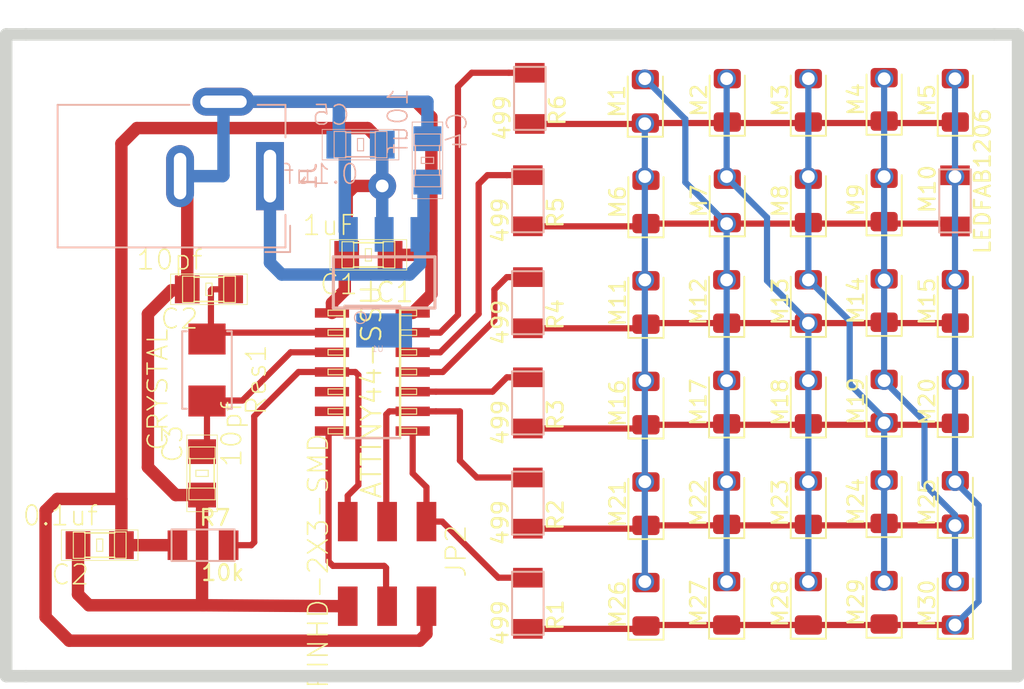
<source format=kicad_pcb>
(kicad_pcb (version 20171130) (host pcbnew "(5.1.5)-3")

  (general
    (thickness 1.6)
    (drawings 7)
    (tracks 285)
    (zones 0)
    (modules 48)
    (nets 22)
  )

  (page A4)
  (layers
    (0 F.Cu signal)
    (31 B.Cu signal)
    (32 B.Adhes user)
    (33 F.Adhes user)
    (34 B.Paste user)
    (35 F.Paste user)
    (36 B.SilkS user)
    (37 F.SilkS user)
    (38 B.Mask user)
    (39 F.Mask user)
    (40 Dwgs.User user)
    (41 Cmts.User user)
    (42 Eco1.User user)
    (43 Eco2.User user)
    (44 Edge.Cuts user)
    (45 Margin user)
    (46 B.CrtYd user)
    (47 F.CrtYd user)
    (48 B.Fab user)
    (49 F.Fab user)
  )

  (setup
    (last_trace_width 0.4)
    (trace_clearance 0.4)
    (zone_clearance 0.508)
    (zone_45_only no)
    (trace_min 0.2)
    (via_size 1.2)
    (via_drill 0.82)
    (via_min_size 0.4)
    (via_min_drill 0.3)
    (uvia_size 0.3)
    (uvia_drill 0.1)
    (uvias_allowed no)
    (uvia_min_size 0.2)
    (uvia_min_drill 0.1)
    (edge_width 0.8)
    (segment_width 0.2)
    (pcb_text_width 0.3)
    (pcb_text_size 1.5 1.5)
    (mod_edge_width 0.12)
    (mod_text_size 1 1)
    (mod_text_width 0.15)
    (pad_size 1.524 1.524)
    (pad_drill 0.762)
    (pad_to_mask_clearance 0.051)
    (solder_mask_min_width 0.25)
    (aux_axis_origin 0 0)
    (visible_elements 7FFFFFFF)
    (pcbplotparams
      (layerselection 0x010fc_ffffffff)
      (usegerberextensions false)
      (usegerberattributes false)
      (usegerberadvancedattributes false)
      (creategerberjobfile false)
      (excludeedgelayer true)
      (linewidth 0.100000)
      (plotframeref false)
      (viasonmask false)
      (mode 1)
      (useauxorigin false)
      (hpglpennumber 1)
      (hpglpenspeed 20)
      (hpglpendiameter 15.000000)
      (psnegative false)
      (psa4output false)
      (plotreference true)
      (plotvalue true)
      (plotinvisibletext false)
      (padsonsilk false)
      (subtractmaskfromsilk false)
      (outputformat 4)
      (mirror false)
      (drillshape 0)
      (scaleselection 1)
      (outputdirectory "../"))
  )

  (net 0 "")
  (net 1 GND)
  (net 2 5V)
  (net 3 MISO)
  (net 4 MOSI)
  (net 5 REST)
  (net 6 Pin1)
  (net 7 Pin2)
  (net 8 Pin3)
  (net 9 Pin4)
  (net 10 Pin5)
  (net 11 Pin6)
  (net 12 "Net-(IC1-Pad5)")
  (net 13 "Net-(IC1-Pad11)")
  (net 14 "Net-(IC1-Pad12)")
  (net 15 "Net-(IC1-Pad6)")
  (net 16 "Net-(IC1-Pad10)")
  (net 17 "Net-(IC1-Pad13)")
  (net 18 SCK)
  (net 19 XTAL1)
  (net 20 XTAL2)
  (net 21 VIN)

  (net_class Default "This is the default net class."
    (clearance 0.4)
    (trace_width 0.4)
    (via_dia 1.2)
    (via_drill 0.82)
    (uvia_dia 0.3)
    (uvia_drill 0.1)
    (add_net MISO)
    (add_net MOSI)
    (add_net "Net-(IC1-Pad10)")
    (add_net "Net-(IC1-Pad11)")
    (add_net "Net-(IC1-Pad12)")
    (add_net "Net-(IC1-Pad13)")
    (add_net "Net-(IC1-Pad5)")
    (add_net "Net-(IC1-Pad6)")
    (add_net Pin1)
    (add_net Pin2)
    (add_net Pin3)
    (add_net Pin4)
    (add_net Pin5)
    (add_net Pin6)
    (add_net REST)
    (add_net SCK)
    (add_net XTAL1)
    (add_net XTAL2)
  )

  (net_class Power ""
    (clearance 0.4)
    (trace_width 0.8)
    (via_dia 1.8)
    (via_drill 0.82)
    (uvia_dia 0.3)
    (uvia_drill 0.1)
    (add_net 5V)
    (add_net GND)
    (add_net VIN)
  )

  (module fab-2X03SMD (layer F.Cu) (tedit 200000) (tstamp 5E9F76EB)
    (at 192.2145 82.4865 270)
    (path /5EB83FE7)
    (attr smd)
    (fp_text reference JP2 (at -0.635 -4.445 90) (layer F.SilkS)
      (effects (font (size 1.27 1.27) (thickness 0.1016)))
    )
    (fp_text value PINHD-2X3-SMD (at 0 4.445 90) (layer F.SilkS)
      (effects (font (size 1.27 1.27) (thickness 0.1016)))
    )
    (pad 1 smd rect (at -2.54 -2.54 270) (size 2.54 1.27) (layers F.Cu F.Paste F.Mask)
      (net 3 MISO))
    (pad 2 smd rect (at 2.91846 -2.54 270) (size 2.54 1.27) (layers F.Cu F.Paste F.Mask)
      (net 2 5V))
    (pad 3 smd rect (at -2.54 0 270) (size 2.54 1.27) (layers F.Cu F.Paste F.Mask)
      (net 18 SCK))
    (pad 4 smd rect (at 2.91846 0 270) (size 2.54 1.27) (layers F.Cu F.Paste F.Mask)
      (net 4 MOSI))
    (pad 5 smd rect (at -2.54 2.54 270) (size 2.54 1.27) (layers F.Cu F.Paste F.Mask)
      (net 5 REST))
    (pad 6 smd rect (at 2.91846 2.54 270) (size 2.54 1.27) (layers F.Cu F.Paste F.Mask)
      (net 1 GND))
  )

  (module LED_SMD:LED_1206_3216Metric (layer F.Cu) (tedit 5B301BBE) (tstamp 5E9F76FE)
    (at 208.875 52.832 90)
    (descr "LED SMD 1206 (3216 Metric), square (rectangular) end terminal, IPC_7351 nominal, (Body size source: http://www.tortai-tech.com/upload/download/2011102023233369053.pdf), generated with kicad-footprint-generator")
    (tags diode)
    (path /5E9EBEC1)
    (attr smd)
    (fp_text reference M1 (at 0 -1.82 90) (layer F.SilkS)
      (effects (font (size 1 1) (thickness 0.15)))
    )
    (fp_text value LEDFAB1206 (at 0 1.82 90) (layer F.Fab)
      (effects (font (size 1 1) (thickness 0.15)))
    )
    (fp_line (start 1.6 -0.8) (end -1.2 -0.8) (layer F.Fab) (width 0.1))
    (fp_line (start -1.2 -0.8) (end -1.6 -0.4) (layer F.Fab) (width 0.1))
    (fp_line (start -1.6 -0.4) (end -1.6 0.8) (layer F.Fab) (width 0.1))
    (fp_line (start -1.6 0.8) (end 1.6 0.8) (layer F.Fab) (width 0.1))
    (fp_line (start 1.6 0.8) (end 1.6 -0.8) (layer F.Fab) (width 0.1))
    (fp_line (start 1.6 -1.135) (end -2.285 -1.135) (layer F.SilkS) (width 0.12))
    (fp_line (start -2.285 -1.135) (end -2.285 1.135) (layer F.SilkS) (width 0.12))
    (fp_line (start -2.285 1.135) (end 1.6 1.135) (layer F.SilkS) (width 0.12))
    (fp_line (start -2.28 1.12) (end -2.28 -1.12) (layer F.CrtYd) (width 0.05))
    (fp_line (start -2.28 -1.12) (end 2.28 -1.12) (layer F.CrtYd) (width 0.05))
    (fp_line (start 2.28 -1.12) (end 2.28 1.12) (layer F.CrtYd) (width 0.05))
    (fp_line (start 2.28 1.12) (end -2.28 1.12) (layer F.CrtYd) (width 0.05))
    (fp_text user %R (at 0 0 90) (layer F.Fab)
      (effects (font (size 0.8 0.8) (thickness 0.12)))
    )
    (pad 1 smd roundrect (at -1.4 0 90) (size 1.25 1.75) (layers F.Cu F.Paste F.Mask) (roundrect_rratio 0.2)
      (net 6 Pin1))
    (pad 2 smd roundrect (at 1.4 0 90) (size 1.25 1.75) (layers F.Cu F.Paste F.Mask) (roundrect_rratio 0.2)
      (net 7 Pin2))
    (model ${KISYS3DMOD}/LED_SMD.3dshapes/LED_1206_3216Metric.wrl
      (at (xyz 0 0 0))
      (scale (xyz 1 1 1))
      (rotate (xyz 0 0 0))
    )
  )

  (module LED_SMD:LED_1206_3216Metric (layer F.Cu) (tedit 5B301BBE) (tstamp 5E9F7812)
    (at 208.915 72.3011 90)
    (descr "LED SMD 1206 (3216 Metric), square (rectangular) end terminal, IPC_7351 nominal, (Body size source: http://www.tortai-tech.com/upload/download/2011102023233369053.pdf), generated with kicad-footprint-generator")
    (tags diode)
    (path /5EA5247C)
    (attr smd)
    (fp_text reference M16 (at 0 -1.82 90) (layer F.SilkS)
      (effects (font (size 1 1) (thickness 0.15)))
    )
    (fp_text value LEDFAB1206 (at 0 1.82 90) (layer F.Fab)
      (effects (font (size 1 1) (thickness 0.15)))
    )
    (fp_text user %R (at 0 0 90) (layer F.Fab)
      (effects (font (size 0.8 0.8) (thickness 0.12)))
    )
    (fp_line (start 2.28 1.12) (end -2.28 1.12) (layer F.CrtYd) (width 0.05))
    (fp_line (start 2.28 -1.12) (end 2.28 1.12) (layer F.CrtYd) (width 0.05))
    (fp_line (start -2.28 -1.12) (end 2.28 -1.12) (layer F.CrtYd) (width 0.05))
    (fp_line (start -2.28 1.12) (end -2.28 -1.12) (layer F.CrtYd) (width 0.05))
    (fp_line (start -2.285 1.135) (end 1.6 1.135) (layer F.SilkS) (width 0.12))
    (fp_line (start -2.285 -1.135) (end -2.285 1.135) (layer F.SilkS) (width 0.12))
    (fp_line (start 1.6 -1.135) (end -2.285 -1.135) (layer F.SilkS) (width 0.12))
    (fp_line (start 1.6 0.8) (end 1.6 -0.8) (layer F.Fab) (width 0.1))
    (fp_line (start -1.6 0.8) (end 1.6 0.8) (layer F.Fab) (width 0.1))
    (fp_line (start -1.6 -0.4) (end -1.6 0.8) (layer F.Fab) (width 0.1))
    (fp_line (start -1.2 -0.8) (end -1.6 -0.4) (layer F.Fab) (width 0.1))
    (fp_line (start 1.6 -0.8) (end -1.2 -0.8) (layer F.Fab) (width 0.1))
    (pad 2 smd roundrect (at 1.4 0 90) (size 1.25 1.75) (layers F.Cu F.Paste F.Mask) (roundrect_rratio 0.2)
      (net 6 Pin1))
    (pad 1 smd roundrect (at -1.4 0 90) (size 1.25 1.75) (layers F.Cu F.Paste F.Mask) (roundrect_rratio 0.2)
      (net 9 Pin4))
    (model ${KISYS3DMOD}/LED_SMD.3dshapes/LED_1206_3216Metric.wrl
      (at (xyz 0 0 0))
      (scale (xyz 1 1 1))
      (rotate (xyz 0 0 0))
    )
  )

  (module LED_SMD:LED_1206_3216Metric (layer F.Cu) (tedit 5B301BBE) (tstamp 5E9F77EC)
    (at 224.282 65.6844 90)
    (descr "LED SMD 1206 (3216 Metric), square (rectangular) end terminal, IPC_7351 nominal, (Body size source: http://www.tortai-tech.com/upload/download/2011102023233369053.pdf), generated with kicad-footprint-generator")
    (tags diode)
    (path /5EA4E9B7)
    (attr smd)
    (fp_text reference M14 (at 0 -1.82 90) (layer F.SilkS)
      (effects (font (size 1 1) (thickness 0.15)))
    )
    (fp_text value LEDFAB1206 (at 0 1.82 90) (layer F.Fab)
      (effects (font (size 1 1) (thickness 0.15)))
    )
    (fp_text user %R (at 0 0 90) (layer F.Fab)
      (effects (font (size 0.8 0.8) (thickness 0.12)))
    )
    (fp_line (start 2.28 1.12) (end -2.28 1.12) (layer F.CrtYd) (width 0.05))
    (fp_line (start 2.28 -1.12) (end 2.28 1.12) (layer F.CrtYd) (width 0.05))
    (fp_line (start -2.28 -1.12) (end 2.28 -1.12) (layer F.CrtYd) (width 0.05))
    (fp_line (start -2.28 1.12) (end -2.28 -1.12) (layer F.CrtYd) (width 0.05))
    (fp_line (start -2.285 1.135) (end 1.6 1.135) (layer F.SilkS) (width 0.12))
    (fp_line (start -2.285 -1.135) (end -2.285 1.135) (layer F.SilkS) (width 0.12))
    (fp_line (start 1.6 -1.135) (end -2.285 -1.135) (layer F.SilkS) (width 0.12))
    (fp_line (start 1.6 0.8) (end 1.6 -0.8) (layer F.Fab) (width 0.1))
    (fp_line (start -1.6 0.8) (end 1.6 0.8) (layer F.Fab) (width 0.1))
    (fp_line (start -1.6 -0.4) (end -1.6 0.8) (layer F.Fab) (width 0.1))
    (fp_line (start -1.2 -0.8) (end -1.6 -0.4) (layer F.Fab) (width 0.1))
    (fp_line (start 1.6 -0.8) (end -1.2 -0.8) (layer F.Fab) (width 0.1))
    (pad 2 smd roundrect (at 1.4 0 90) (size 1.25 1.75) (layers F.Cu F.Paste F.Mask) (roundrect_rratio 0.2)
      (net 10 Pin5))
    (pad 1 smd roundrect (at -1.4 0 90) (size 1.25 1.75) (layers F.Cu F.Paste F.Mask) (roundrect_rratio 0.2)
      (net 8 Pin3))
    (model ${KISYS3DMOD}/LED_SMD.3dshapes/LED_1206_3216Metric.wrl
      (at (xyz 0 0 0))
      (scale (xyz 1 1 1))
      (rotate (xyz 0 0 0))
    )
  )

  (module LED_SMD:LED_1206_3216Metric (layer F.Cu) (tedit 5B301BBE) (tstamp 5E9F77B3)
    (at 208.915 65.8114 90)
    (descr "LED SMD 1206 (3216 Metric), square (rectangular) end terminal, IPC_7351 nominal, (Body size source: http://www.tortai-tech.com/upload/download/2011102023233369053.pdf), generated with kicad-footprint-generator")
    (tags diode)
    (path /5EA4E99F)
    (attr smd)
    (fp_text reference M11 (at 0 -1.82 90) (layer F.SilkS)
      (effects (font (size 1 1) (thickness 0.15)))
    )
    (fp_text value LEDFAB1206 (at 0 1.82 90) (layer F.Fab)
      (effects (font (size 1 1) (thickness 0.15)))
    )
    (fp_text user %R (at 0 0 90) (layer F.Fab)
      (effects (font (size 0.8 0.8) (thickness 0.12)))
    )
    (fp_line (start 2.28 1.12) (end -2.28 1.12) (layer F.CrtYd) (width 0.05))
    (fp_line (start 2.28 -1.12) (end 2.28 1.12) (layer F.CrtYd) (width 0.05))
    (fp_line (start -2.28 -1.12) (end 2.28 -1.12) (layer F.CrtYd) (width 0.05))
    (fp_line (start -2.28 1.12) (end -2.28 -1.12) (layer F.CrtYd) (width 0.05))
    (fp_line (start -2.285 1.135) (end 1.6 1.135) (layer F.SilkS) (width 0.12))
    (fp_line (start -2.285 -1.135) (end -2.285 1.135) (layer F.SilkS) (width 0.12))
    (fp_line (start 1.6 -1.135) (end -2.285 -1.135) (layer F.SilkS) (width 0.12))
    (fp_line (start 1.6 0.8) (end 1.6 -0.8) (layer F.Fab) (width 0.1))
    (fp_line (start -1.6 0.8) (end 1.6 0.8) (layer F.Fab) (width 0.1))
    (fp_line (start -1.6 -0.4) (end -1.6 0.8) (layer F.Fab) (width 0.1))
    (fp_line (start -1.2 -0.8) (end -1.6 -0.4) (layer F.Fab) (width 0.1))
    (fp_line (start 1.6 -0.8) (end -1.2 -0.8) (layer F.Fab) (width 0.1))
    (pad 2 smd roundrect (at 1.4 0 90) (size 1.25 1.75) (layers F.Cu F.Paste F.Mask) (roundrect_rratio 0.2)
      (net 6 Pin1))
    (pad 1 smd roundrect (at -1.4 0 90) (size 1.25 1.75) (layers F.Cu F.Paste F.Mask) (roundrect_rratio 0.2)
      (net 8 Pin3))
    (model ${KISYS3DMOD}/LED_SMD.3dshapes/LED_1206_3216Metric.wrl
      (at (xyz 0 0 0))
      (scale (xyz 1 1 1))
      (rotate (xyz 0 0 0))
    )
  )

  (module fab-C1206 (layer F.Cu) (tedit 200000) (tstamp 5EAFA2BC)
    (at 173.6725 81.46669 180)
    (descr CAPACITOR)
    (tags CAPACITOR)
    (path /5EBEA1A1)
    (attr smd)
    (fp_text reference C2 (at 1.905 -1.905) (layer F.SilkS)
      (effects (font (size 1.27 1.27) (thickness 0.1016)))
    )
    (fp_text value 0.1uf (at 2.54 1.905) (layer F.SilkS)
      (effects (font (size 1.27 1.27) (thickness 0.1016)))
    )
    (fp_line (start -0.96266 0.78486) (end 0.96266 0.78486) (layer F.SilkS) (width 0.1016))
    (fp_line (start -0.96266 -0.78486) (end 0.96266 -0.78486) (layer F.SilkS) (width 0.1016))
    (fp_line (start 2.47142 -0.98298) (end 2.47142 0.98298) (layer F.SilkS) (width 0.0508))
    (fp_line (start -2.47142 0.98298) (end -2.47142 -0.98298) (layer F.SilkS) (width 0.0508))
    (fp_line (start 2.47142 0.98298) (end -2.47142 0.98298) (layer F.SilkS) (width 0.0508))
    (fp_line (start -2.47142 -0.98298) (end 2.47142 -0.98298) (layer F.SilkS) (width 0.0508))
    (fp_line (start -0.19812 0.39878) (end -0.19812 -0.39878) (layer F.SilkS) (width 0.06604))
    (fp_line (start -0.19812 -0.39878) (end 0.19812 -0.39878) (layer F.SilkS) (width 0.06604))
    (fp_line (start 0.19812 0.39878) (end 0.19812 -0.39878) (layer F.SilkS) (width 0.06604))
    (fp_line (start -0.19812 0.39878) (end 0.19812 0.39878) (layer F.SilkS) (width 0.06604))
    (fp_line (start 0.94996 0.84836) (end 0.94996 -0.8509) (layer F.SilkS) (width 0.06604))
    (fp_line (start 0.94996 -0.8509) (end 1.7018 -0.8509) (layer F.SilkS) (width 0.06604))
    (fp_line (start 1.7018 0.84836) (end 1.7018 -0.8509) (layer F.SilkS) (width 0.06604))
    (fp_line (start 0.94996 0.84836) (end 1.7018 0.84836) (layer F.SilkS) (width 0.06604))
    (fp_line (start -1.7018 0.8509) (end -1.7018 -0.84836) (layer F.SilkS) (width 0.06604))
    (fp_line (start -1.7018 -0.84836) (end -0.94996 -0.84836) (layer F.SilkS) (width 0.06604))
    (fp_line (start -0.94996 0.8509) (end -0.94996 -0.84836) (layer F.SilkS) (width 0.06604))
    (fp_line (start -1.7018 0.8509) (end -0.94996 0.8509) (layer F.SilkS) (width 0.06604))
    (pad 2 smd rect (at 1.39954 0 180) (size 1.59766 1.79832) (layers F.Cu F.Paste F.Mask)
      (net 1 GND))
    (pad 1 smd rect (at -1.39954 0 180) (size 1.59766 1.79832) (layers F.Cu F.Paste F.Mask)
      (net 2 5V))
  )

  (module LED_SMD:LED_1206_3216Metric (layer F.Cu) (tedit 5B301BBE) (tstamp 5E9F7711)
    (at 214.162 52.7685 90)
    (descr "LED SMD 1206 (3216 Metric), square (rectangular) end terminal, IPC_7351 nominal, (Body size source: http://www.tortai-tech.com/upload/download/2011102023233369053.pdf), generated with kicad-footprint-generator")
    (tags diode)
    (path /5E9EC484)
    (attr smd)
    (fp_text reference M2 (at 0 -1.82 90) (layer F.SilkS)
      (effects (font (size 1 1) (thickness 0.15)))
    )
    (fp_text value LEDFAB1206 (at 0 1.82 90) (layer F.Fab)
      (effects (font (size 1 1) (thickness 0.15)))
    )
    (fp_text user %R (at 0 0 90) (layer F.Fab)
      (effects (font (size 0.8 0.8) (thickness 0.12)))
    )
    (fp_line (start 2.28 1.12) (end -2.28 1.12) (layer F.CrtYd) (width 0.05))
    (fp_line (start 2.28 -1.12) (end 2.28 1.12) (layer F.CrtYd) (width 0.05))
    (fp_line (start -2.28 -1.12) (end 2.28 -1.12) (layer F.CrtYd) (width 0.05))
    (fp_line (start -2.28 1.12) (end -2.28 -1.12) (layer F.CrtYd) (width 0.05))
    (fp_line (start -2.285 1.135) (end 1.6 1.135) (layer F.SilkS) (width 0.12))
    (fp_line (start -2.285 -1.135) (end -2.285 1.135) (layer F.SilkS) (width 0.12))
    (fp_line (start 1.6 -1.135) (end -2.285 -1.135) (layer F.SilkS) (width 0.12))
    (fp_line (start 1.6 0.8) (end 1.6 -0.8) (layer F.Fab) (width 0.1))
    (fp_line (start -1.6 0.8) (end 1.6 0.8) (layer F.Fab) (width 0.1))
    (fp_line (start -1.6 -0.4) (end -1.6 0.8) (layer F.Fab) (width 0.1))
    (fp_line (start -1.2 -0.8) (end -1.6 -0.4) (layer F.Fab) (width 0.1))
    (fp_line (start 1.6 -0.8) (end -1.2 -0.8) (layer F.Fab) (width 0.1))
    (pad 2 smd roundrect (at 1.4 0 90) (size 1.25 1.75) (layers F.Cu F.Paste F.Mask) (roundrect_rratio 0.2)
      (net 8 Pin3))
    (pad 1 smd roundrect (at -1.4 0 90) (size 1.25 1.75) (layers F.Cu F.Paste F.Mask) (roundrect_rratio 0.2)
      (net 6 Pin1))
    (model ${KISYS3DMOD}/LED_SMD.3dshapes/LED_1206_3216Metric.wrl
      (at (xyz 0 0 0))
      (scale (xyz 1 1 1))
      (rotate (xyz 0 0 0))
    )
  )

  (module LED_SMD:LED_1206_3216Metric (layer F.Cu) (tedit 5B301BBE) (tstamp 5E9F7724)
    (at 219.3925 52.7685 90)
    (descr "LED SMD 1206 (3216 Metric), square (rectangular) end terminal, IPC_7351 nominal, (Body size source: http://www.tortai-tech.com/upload/download/2011102023233369053.pdf), generated with kicad-footprint-generator")
    (tags diode)
    (path /5E9FE984)
    (attr smd)
    (fp_text reference M3 (at 0 -1.82 90) (layer F.SilkS)
      (effects (font (size 1 1) (thickness 0.15)))
    )
    (fp_text value LEDFAB1206 (at 0 1.82 90) (layer F.Fab)
      (effects (font (size 1 1) (thickness 0.15)))
    )
    (fp_line (start 1.6 -0.8) (end -1.2 -0.8) (layer F.Fab) (width 0.1))
    (fp_line (start -1.2 -0.8) (end -1.6 -0.4) (layer F.Fab) (width 0.1))
    (fp_line (start -1.6 -0.4) (end -1.6 0.8) (layer F.Fab) (width 0.1))
    (fp_line (start -1.6 0.8) (end 1.6 0.8) (layer F.Fab) (width 0.1))
    (fp_line (start 1.6 0.8) (end 1.6 -0.8) (layer F.Fab) (width 0.1))
    (fp_line (start 1.6 -1.135) (end -2.285 -1.135) (layer F.SilkS) (width 0.12))
    (fp_line (start -2.285 -1.135) (end -2.285 1.135) (layer F.SilkS) (width 0.12))
    (fp_line (start -2.285 1.135) (end 1.6 1.135) (layer F.SilkS) (width 0.12))
    (fp_line (start -2.28 1.12) (end -2.28 -1.12) (layer F.CrtYd) (width 0.05))
    (fp_line (start -2.28 -1.12) (end 2.28 -1.12) (layer F.CrtYd) (width 0.05))
    (fp_line (start 2.28 -1.12) (end 2.28 1.12) (layer F.CrtYd) (width 0.05))
    (fp_line (start 2.28 1.12) (end -2.28 1.12) (layer F.CrtYd) (width 0.05))
    (fp_text user %R (at 0 0 90) (layer F.Fab)
      (effects (font (size 0.8 0.8) (thickness 0.12)))
    )
    (pad 1 smd roundrect (at -1.4 0 90) (size 1.25 1.75) (layers F.Cu F.Paste F.Mask) (roundrect_rratio 0.2)
      (net 6 Pin1))
    (pad 2 smd roundrect (at 1.4 0 90) (size 1.25 1.75) (layers F.Cu F.Paste F.Mask) (roundrect_rratio 0.2)
      (net 9 Pin4))
    (model ${KISYS3DMOD}/LED_SMD.3dshapes/LED_1206_3216Metric.wrl
      (at (xyz 0 0 0))
      (scale (xyz 1 1 1))
      (rotate (xyz 0 0 0))
    )
  )

  (module LED_SMD:LED_1206_3216Metric (layer F.Cu) (tedit 5B301BBE) (tstamp 5E9F7737)
    (at 224.282 52.705 90)
    (descr "LED SMD 1206 (3216 Metric), square (rectangular) end terminal, IPC_7351 nominal, (Body size source: http://www.tortai-tech.com/upload/download/2011102023233369053.pdf), generated with kicad-footprint-generator")
    (tags diode)
    (path /5E9FE98A)
    (attr smd)
    (fp_text reference M4 (at 0 -1.82 90) (layer F.SilkS)
      (effects (font (size 1 1) (thickness 0.15)))
    )
    (fp_text value LEDFAB1206 (at 0 1.82 90) (layer F.Fab)
      (effects (font (size 1 1) (thickness 0.15)))
    )
    (fp_text user %R (at 0 0 90) (layer F.Fab)
      (effects (font (size 0.8 0.8) (thickness 0.12)))
    )
    (fp_line (start 2.28 1.12) (end -2.28 1.12) (layer F.CrtYd) (width 0.05))
    (fp_line (start 2.28 -1.12) (end 2.28 1.12) (layer F.CrtYd) (width 0.05))
    (fp_line (start -2.28 -1.12) (end 2.28 -1.12) (layer F.CrtYd) (width 0.05))
    (fp_line (start -2.28 1.12) (end -2.28 -1.12) (layer F.CrtYd) (width 0.05))
    (fp_line (start -2.285 1.135) (end 1.6 1.135) (layer F.SilkS) (width 0.12))
    (fp_line (start -2.285 -1.135) (end -2.285 1.135) (layer F.SilkS) (width 0.12))
    (fp_line (start 1.6 -1.135) (end -2.285 -1.135) (layer F.SilkS) (width 0.12))
    (fp_line (start 1.6 0.8) (end 1.6 -0.8) (layer F.Fab) (width 0.1))
    (fp_line (start -1.6 0.8) (end 1.6 0.8) (layer F.Fab) (width 0.1))
    (fp_line (start -1.6 -0.4) (end -1.6 0.8) (layer F.Fab) (width 0.1))
    (fp_line (start -1.2 -0.8) (end -1.6 -0.4) (layer F.Fab) (width 0.1))
    (fp_line (start 1.6 -0.8) (end -1.2 -0.8) (layer F.Fab) (width 0.1))
    (pad 2 smd roundrect (at 1.4 0 90) (size 1.25 1.75) (layers F.Cu F.Paste F.Mask) (roundrect_rratio 0.2)
      (net 10 Pin5))
    (pad 1 smd roundrect (at -1.4 0 90) (size 1.25 1.75) (layers F.Cu F.Paste F.Mask) (roundrect_rratio 0.2)
      (net 6 Pin1))
    (model ${KISYS3DMOD}/LED_SMD.3dshapes/LED_1206_3216Metric.wrl
      (at (xyz 0 0 0))
      (scale (xyz 1 1 1))
      (rotate (xyz 0 0 0))
    )
  )

  (module LED_SMD:LED_1206_3216Metric (layer F.Cu) (tedit 5B301BBE) (tstamp 5E9F774A)
    (at 228.874 52.7685 90)
    (descr "LED SMD 1206 (3216 Metric), square (rectangular) end terminal, IPC_7351 nominal, (Body size source: http://www.tortai-tech.com/upload/download/2011102023233369053.pdf), generated with kicad-footprint-generator")
    (tags diode)
    (path /5EA2F64A)
    (attr smd)
    (fp_text reference M5 (at 0 -1.82 90) (layer F.SilkS)
      (effects (font (size 1 1) (thickness 0.15)))
    )
    (fp_text value LEDFAB1206 (at 0 1.82 90) (layer F.Fab)
      (effects (font (size 1 1) (thickness 0.15)))
    )
    (fp_line (start 1.6 -0.8) (end -1.2 -0.8) (layer F.Fab) (width 0.1))
    (fp_line (start -1.2 -0.8) (end -1.6 -0.4) (layer F.Fab) (width 0.1))
    (fp_line (start -1.6 -0.4) (end -1.6 0.8) (layer F.Fab) (width 0.1))
    (fp_line (start -1.6 0.8) (end 1.6 0.8) (layer F.Fab) (width 0.1))
    (fp_line (start 1.6 0.8) (end 1.6 -0.8) (layer F.Fab) (width 0.1))
    (fp_line (start 1.6 -1.135) (end -2.285 -1.135) (layer F.SilkS) (width 0.12))
    (fp_line (start -2.285 -1.135) (end -2.285 1.135) (layer F.SilkS) (width 0.12))
    (fp_line (start -2.285 1.135) (end 1.6 1.135) (layer F.SilkS) (width 0.12))
    (fp_line (start -2.28 1.12) (end -2.28 -1.12) (layer F.CrtYd) (width 0.05))
    (fp_line (start -2.28 -1.12) (end 2.28 -1.12) (layer F.CrtYd) (width 0.05))
    (fp_line (start 2.28 -1.12) (end 2.28 1.12) (layer F.CrtYd) (width 0.05))
    (fp_line (start 2.28 1.12) (end -2.28 1.12) (layer F.CrtYd) (width 0.05))
    (fp_text user %R (at 0 0 90) (layer F.Fab)
      (effects (font (size 0.8 0.8) (thickness 0.12)))
    )
    (pad 1 smd roundrect (at -1.4 0 90) (size 1.25 1.75) (layers F.Cu F.Paste F.Mask) (roundrect_rratio 0.2)
      (net 6 Pin1))
    (pad 2 smd roundrect (at 1.4 0 90) (size 1.25 1.75) (layers F.Cu F.Paste F.Mask) (roundrect_rratio 0.2)
      (net 11 Pin6))
    (model ${KISYS3DMOD}/LED_SMD.3dshapes/LED_1206_3216Metric.wrl
      (at (xyz 0 0 0))
      (scale (xyz 1 1 1))
      (rotate (xyz 0 0 0))
    )
  )

  (module LED_SMD:LED_1206_3216Metric (layer F.Cu) (tedit 5B301BBE) (tstamp 5E9F775D)
    (at 208.915 59.3217 90)
    (descr "LED SMD 1206 (3216 Metric), square (rectangular) end terminal, IPC_7351 nominal, (Body size source: http://www.tortai-tech.com/upload/download/2011102023233369053.pdf), generated with kicad-footprint-generator")
    (tags diode)
    (path /5EA48D80)
    (attr smd)
    (fp_text reference M6 (at 0 -1.82 90) (layer F.SilkS)
      (effects (font (size 1 1) (thickness 0.15)))
    )
    (fp_text value LEDFAB1206 (at 0 1.82 90) (layer F.Fab)
      (effects (font (size 1 1) (thickness 0.15)))
    )
    (fp_text user %R (at 0 0 90) (layer F.Fab)
      (effects (font (size 0.8 0.8) (thickness 0.12)))
    )
    (fp_line (start 2.28 1.12) (end -2.28 1.12) (layer F.CrtYd) (width 0.05))
    (fp_line (start 2.28 -1.12) (end 2.28 1.12) (layer F.CrtYd) (width 0.05))
    (fp_line (start -2.28 -1.12) (end 2.28 -1.12) (layer F.CrtYd) (width 0.05))
    (fp_line (start -2.28 1.12) (end -2.28 -1.12) (layer F.CrtYd) (width 0.05))
    (fp_line (start -2.285 1.135) (end 1.6 1.135) (layer F.SilkS) (width 0.12))
    (fp_line (start -2.285 -1.135) (end -2.285 1.135) (layer F.SilkS) (width 0.12))
    (fp_line (start 1.6 -1.135) (end -2.285 -1.135) (layer F.SilkS) (width 0.12))
    (fp_line (start 1.6 0.8) (end 1.6 -0.8) (layer F.Fab) (width 0.1))
    (fp_line (start -1.6 0.8) (end 1.6 0.8) (layer F.Fab) (width 0.1))
    (fp_line (start -1.6 -0.4) (end -1.6 0.8) (layer F.Fab) (width 0.1))
    (fp_line (start -1.2 -0.8) (end -1.6 -0.4) (layer F.Fab) (width 0.1))
    (fp_line (start 1.6 -0.8) (end -1.2 -0.8) (layer F.Fab) (width 0.1))
    (pad 2 smd roundrect (at 1.4 0 90) (size 1.25 1.75) (layers F.Cu F.Paste F.Mask) (roundrect_rratio 0.2)
      (net 6 Pin1))
    (pad 1 smd roundrect (at -1.4 0 90) (size 1.25 1.75) (layers F.Cu F.Paste F.Mask) (roundrect_rratio 0.2)
      (net 7 Pin2))
    (model ${KISYS3DMOD}/LED_SMD.3dshapes/LED_1206_3216Metric.wrl
      (at (xyz 0 0 0))
      (scale (xyz 1 1 1))
      (rotate (xyz 0 0 0))
    )
  )

  (module LED_SMD:LED_1206_3216Metric (layer F.Cu) (tedit 5B301BBE) (tstamp 5E9F7770)
    (at 214.162 59.2582 90)
    (descr "LED SMD 1206 (3216 Metric), square (rectangular) end terminal, IPC_7351 nominal, (Body size source: http://www.tortai-tech.com/upload/download/2011102023233369053.pdf), generated with kicad-footprint-generator")
    (tags diode)
    (path /5EA48D86)
    (attr smd)
    (fp_text reference M7 (at 0 -1.82 90) (layer F.SilkS)
      (effects (font (size 1 1) (thickness 0.15)))
    )
    (fp_text value LEDFAB1206 (at 0 1.82 90) (layer F.Fab)
      (effects (font (size 1 1) (thickness 0.15)))
    )
    (fp_line (start 1.6 -0.8) (end -1.2 -0.8) (layer F.Fab) (width 0.1))
    (fp_line (start -1.2 -0.8) (end -1.6 -0.4) (layer F.Fab) (width 0.1))
    (fp_line (start -1.6 -0.4) (end -1.6 0.8) (layer F.Fab) (width 0.1))
    (fp_line (start -1.6 0.8) (end 1.6 0.8) (layer F.Fab) (width 0.1))
    (fp_line (start 1.6 0.8) (end 1.6 -0.8) (layer F.Fab) (width 0.1))
    (fp_line (start 1.6 -1.135) (end -2.285 -1.135) (layer F.SilkS) (width 0.12))
    (fp_line (start -2.285 -1.135) (end -2.285 1.135) (layer F.SilkS) (width 0.12))
    (fp_line (start -2.285 1.135) (end 1.6 1.135) (layer F.SilkS) (width 0.12))
    (fp_line (start -2.28 1.12) (end -2.28 -1.12) (layer F.CrtYd) (width 0.05))
    (fp_line (start -2.28 -1.12) (end 2.28 -1.12) (layer F.CrtYd) (width 0.05))
    (fp_line (start 2.28 -1.12) (end 2.28 1.12) (layer F.CrtYd) (width 0.05))
    (fp_line (start 2.28 1.12) (end -2.28 1.12) (layer F.CrtYd) (width 0.05))
    (fp_text user %R (at 0 0 90) (layer F.Fab)
      (effects (font (size 0.8 0.8) (thickness 0.12)))
    )
    (pad 1 smd roundrect (at -1.4 0 90) (size 1.25 1.75) (layers F.Cu F.Paste F.Mask) (roundrect_rratio 0.2)
      (net 7 Pin2))
    (pad 2 smd roundrect (at 1.4 0 90) (size 1.25 1.75) (layers F.Cu F.Paste F.Mask) (roundrect_rratio 0.2)
      (net 8 Pin3))
    (model ${KISYS3DMOD}/LED_SMD.3dshapes/LED_1206_3216Metric.wrl
      (at (xyz 0 0 0))
      (scale (xyz 1 1 1))
      (rotate (xyz 0 0 0))
    )
  )

  (module LED_SMD:LED_1206_3216Metric (layer F.Cu) (tedit 5B301BBE) (tstamp 5E9F7783)
    (at 219.3925 59.2582 90)
    (descr "LED SMD 1206 (3216 Metric), square (rectangular) end terminal, IPC_7351 nominal, (Body size source: http://www.tortai-tech.com/upload/download/2011102023233369053.pdf), generated with kicad-footprint-generator")
    (tags diode)
    (path /5EA48D92)
    (attr smd)
    (fp_text reference M8 (at 0 -1.82 90) (layer F.SilkS)
      (effects (font (size 1 1) (thickness 0.15)))
    )
    (fp_text value LEDFAB1206 (at 0 1.82 90) (layer F.Fab)
      (effects (font (size 1 1) (thickness 0.15)))
    )
    (fp_text user %R (at 0 0 90) (layer F.Fab)
      (effects (font (size 0.8 0.8) (thickness 0.12)))
    )
    (fp_line (start 2.28 1.12) (end -2.28 1.12) (layer F.CrtYd) (width 0.05))
    (fp_line (start 2.28 -1.12) (end 2.28 1.12) (layer F.CrtYd) (width 0.05))
    (fp_line (start -2.28 -1.12) (end 2.28 -1.12) (layer F.CrtYd) (width 0.05))
    (fp_line (start -2.28 1.12) (end -2.28 -1.12) (layer F.CrtYd) (width 0.05))
    (fp_line (start -2.285 1.135) (end 1.6 1.135) (layer F.SilkS) (width 0.12))
    (fp_line (start -2.285 -1.135) (end -2.285 1.135) (layer F.SilkS) (width 0.12))
    (fp_line (start 1.6 -1.135) (end -2.285 -1.135) (layer F.SilkS) (width 0.12))
    (fp_line (start 1.6 0.8) (end 1.6 -0.8) (layer F.Fab) (width 0.1))
    (fp_line (start -1.6 0.8) (end 1.6 0.8) (layer F.Fab) (width 0.1))
    (fp_line (start -1.6 -0.4) (end -1.6 0.8) (layer F.Fab) (width 0.1))
    (fp_line (start -1.2 -0.8) (end -1.6 -0.4) (layer F.Fab) (width 0.1))
    (fp_line (start 1.6 -0.8) (end -1.2 -0.8) (layer F.Fab) (width 0.1))
    (pad 2 smd roundrect (at 1.4 0 90) (size 1.25 1.75) (layers F.Cu F.Paste F.Mask) (roundrect_rratio 0.2)
      (net 9 Pin4))
    (pad 1 smd roundrect (at -1.4 0 90) (size 1.25 1.75) (layers F.Cu F.Paste F.Mask) (roundrect_rratio 0.2)
      (net 7 Pin2))
    (model ${KISYS3DMOD}/LED_SMD.3dshapes/LED_1206_3216Metric.wrl
      (at (xyz 0 0 0))
      (scale (xyz 1 1 1))
      (rotate (xyz 0 0 0))
    )
  )

  (module LED_SMD:LED_1206_3216Metric (layer F.Cu) (tedit 5B301BBE) (tstamp 5E9F7796)
    (at 224.282 59.1947 90)
    (descr "LED SMD 1206 (3216 Metric), square (rectangular) end terminal, IPC_7351 nominal, (Body size source: http://www.tortai-tech.com/upload/download/2011102023233369053.pdf), generated with kicad-footprint-generator")
    (tags diode)
    (path /5EA48D98)
    (attr smd)
    (fp_text reference M9 (at 0 -1.82 90) (layer F.SilkS)
      (effects (font (size 1 1) (thickness 0.15)))
    )
    (fp_text value LEDFAB1206 (at 0 1.82 90) (layer F.Fab)
      (effects (font (size 1 1) (thickness 0.15)))
    )
    (fp_line (start 1.6 -0.8) (end -1.2 -0.8) (layer F.Fab) (width 0.1))
    (fp_line (start -1.2 -0.8) (end -1.6 -0.4) (layer F.Fab) (width 0.1))
    (fp_line (start -1.6 -0.4) (end -1.6 0.8) (layer F.Fab) (width 0.1))
    (fp_line (start -1.6 0.8) (end 1.6 0.8) (layer F.Fab) (width 0.1))
    (fp_line (start 1.6 0.8) (end 1.6 -0.8) (layer F.Fab) (width 0.1))
    (fp_line (start 1.6 -1.135) (end -2.285 -1.135) (layer F.SilkS) (width 0.12))
    (fp_line (start -2.285 -1.135) (end -2.285 1.135) (layer F.SilkS) (width 0.12))
    (fp_line (start -2.285 1.135) (end 1.6 1.135) (layer F.SilkS) (width 0.12))
    (fp_line (start -2.28 1.12) (end -2.28 -1.12) (layer F.CrtYd) (width 0.05))
    (fp_line (start -2.28 -1.12) (end 2.28 -1.12) (layer F.CrtYd) (width 0.05))
    (fp_line (start 2.28 -1.12) (end 2.28 1.12) (layer F.CrtYd) (width 0.05))
    (fp_line (start 2.28 1.12) (end -2.28 1.12) (layer F.CrtYd) (width 0.05))
    (fp_text user %R (at 0 0 90) (layer F.Fab)
      (effects (font (size 0.8 0.8) (thickness 0.12)))
    )
    (pad 1 smd roundrect (at -1.4 0 90) (size 1.25 1.75) (layers F.Cu F.Paste F.Mask) (roundrect_rratio 0.2)
      (net 7 Pin2))
    (pad 2 smd roundrect (at 1.4 0 90) (size 1.25 1.75) (layers F.Cu F.Paste F.Mask) (roundrect_rratio 0.2)
      (net 10 Pin5))
    (model ${KISYS3DMOD}/LED_SMD.3dshapes/LED_1206_3216Metric.wrl
      (at (xyz 0 0 0))
      (scale (xyz 1 1 1))
      (rotate (xyz 0 0 0))
    )
  )

  (module fab-LED1206FAB (layer F.Cu) (tedit 200000) (tstamp 5E9F77A0)
    (at 228.854 59.254799 90)
    (descr "LED1206 FAB STYLE (SMALLER PADS TO ALLOW TRACE BETWEEN)")
    (tags "LED1206 FAB STYLE (SMALLER PADS TO ALLOW TRACE BETWEEN)")
    (path /5EA48D8C)
    (attr smd)
    (fp_text reference M10 (at 0.762 -1.778 90) (layer F.SilkS)
      (effects (font (size 1.016 1.016) (thickness 0.1524)))
    )
    (fp_text value LEDFAB1206 (at 1.27 1.778 90) (layer F.SilkS)
      (effects (font (size 1.016 1.016) (thickness 0.1524)))
    )
    (fp_line (start -2.032 -1.016) (end 2.032 -1.016) (layer B.SilkS) (width 0.127))
    (fp_line (start 2.032 -1.016) (end 2.032 1.016) (layer B.SilkS) (width 0.127))
    (fp_line (start 2.032 1.016) (end -2.032 1.016) (layer B.SilkS) (width 0.127))
    (fp_line (start -2.032 1.016) (end -2.032 -1.016) (layer B.SilkS) (width 0.127))
    (pad 1 smd rect (at -1.651 0 90) (size 1.27 1.905) (layers F.Cu F.Paste F.Mask)
      (net 7 Pin2))
    (pad 2 smd rect (at 1.651 0 90) (size 1.27 1.905) (layers F.Cu F.Paste F.Mask)
      (net 11 Pin6))
  )

  (module LED_SMD:LED_1206_3216Metric (layer F.Cu) (tedit 5B301BBE) (tstamp 5E9F77C6)
    (at 214.122 65.7479 90)
    (descr "LED SMD 1206 (3216 Metric), square (rectangular) end terminal, IPC_7351 nominal, (Body size source: http://www.tortai-tech.com/upload/download/2011102023233369053.pdf), generated with kicad-footprint-generator")
    (tags diode)
    (path /5EA4E9A5)
    (attr smd)
    (fp_text reference M12 (at 0 -1.82 90) (layer F.SilkS)
      (effects (font (size 1 1) (thickness 0.15)))
    )
    (fp_text value LEDFAB1206 (at 0 1.82 90) (layer F.Fab)
      (effects (font (size 1 1) (thickness 0.15)))
    )
    (fp_text user %R (at 0 0 90) (layer F.Fab)
      (effects (font (size 0.8 0.8) (thickness 0.12)))
    )
    (fp_line (start 2.28 1.12) (end -2.28 1.12) (layer F.CrtYd) (width 0.05))
    (fp_line (start 2.28 -1.12) (end 2.28 1.12) (layer F.CrtYd) (width 0.05))
    (fp_line (start -2.28 -1.12) (end 2.28 -1.12) (layer F.CrtYd) (width 0.05))
    (fp_line (start -2.28 1.12) (end -2.28 -1.12) (layer F.CrtYd) (width 0.05))
    (fp_line (start -2.285 1.135) (end 1.6 1.135) (layer F.SilkS) (width 0.12))
    (fp_line (start -2.285 -1.135) (end -2.285 1.135) (layer F.SilkS) (width 0.12))
    (fp_line (start 1.6 -1.135) (end -2.285 -1.135) (layer F.SilkS) (width 0.12))
    (fp_line (start 1.6 0.8) (end 1.6 -0.8) (layer F.Fab) (width 0.1))
    (fp_line (start -1.6 0.8) (end 1.6 0.8) (layer F.Fab) (width 0.1))
    (fp_line (start -1.6 -0.4) (end -1.6 0.8) (layer F.Fab) (width 0.1))
    (fp_line (start -1.2 -0.8) (end -1.6 -0.4) (layer F.Fab) (width 0.1))
    (fp_line (start 1.6 -0.8) (end -1.2 -0.8) (layer F.Fab) (width 0.1))
    (pad 2 smd roundrect (at 1.4 0 90) (size 1.25 1.75) (layers F.Cu F.Paste F.Mask) (roundrect_rratio 0.2)
      (net 7 Pin2))
    (pad 1 smd roundrect (at -1.4 0 90) (size 1.25 1.75) (layers F.Cu F.Paste F.Mask) (roundrect_rratio 0.2)
      (net 8 Pin3))
    (model ${KISYS3DMOD}/LED_SMD.3dshapes/LED_1206_3216Metric.wrl
      (at (xyz 0 0 0))
      (scale (xyz 1 1 1))
      (rotate (xyz 0 0 0))
    )
  )

  (module LED_SMD:LED_1206_3216Metric (layer F.Cu) (tedit 5B301BBE) (tstamp 5E9F77D9)
    (at 219.3925 65.7479 90)
    (descr "LED SMD 1206 (3216 Metric), square (rectangular) end terminal, IPC_7351 nominal, (Body size source: http://www.tortai-tech.com/upload/download/2011102023233369053.pdf), generated with kicad-footprint-generator")
    (tags diode)
    (path /5EA4E9B1)
    (attr smd)
    (fp_text reference M13 (at 0 -1.82 90) (layer F.SilkS)
      (effects (font (size 1 1) (thickness 0.15)))
    )
    (fp_text value LEDFAB1206 (at 0 1.82 90) (layer F.Fab)
      (effects (font (size 1 1) (thickness 0.15)))
    )
    (fp_line (start 1.6 -0.8) (end -1.2 -0.8) (layer F.Fab) (width 0.1))
    (fp_line (start -1.2 -0.8) (end -1.6 -0.4) (layer F.Fab) (width 0.1))
    (fp_line (start -1.6 -0.4) (end -1.6 0.8) (layer F.Fab) (width 0.1))
    (fp_line (start -1.6 0.8) (end 1.6 0.8) (layer F.Fab) (width 0.1))
    (fp_line (start 1.6 0.8) (end 1.6 -0.8) (layer F.Fab) (width 0.1))
    (fp_line (start 1.6 -1.135) (end -2.285 -1.135) (layer F.SilkS) (width 0.12))
    (fp_line (start -2.285 -1.135) (end -2.285 1.135) (layer F.SilkS) (width 0.12))
    (fp_line (start -2.285 1.135) (end 1.6 1.135) (layer F.SilkS) (width 0.12))
    (fp_line (start -2.28 1.12) (end -2.28 -1.12) (layer F.CrtYd) (width 0.05))
    (fp_line (start -2.28 -1.12) (end 2.28 -1.12) (layer F.CrtYd) (width 0.05))
    (fp_line (start 2.28 -1.12) (end 2.28 1.12) (layer F.CrtYd) (width 0.05))
    (fp_line (start 2.28 1.12) (end -2.28 1.12) (layer F.CrtYd) (width 0.05))
    (fp_text user %R (at 0 0 90) (layer F.Fab)
      (effects (font (size 0.8 0.8) (thickness 0.12)))
    )
    (pad 1 smd roundrect (at -1.4 0 90) (size 1.25 1.75) (layers F.Cu F.Paste F.Mask) (roundrect_rratio 0.2)
      (net 8 Pin3))
    (pad 2 smd roundrect (at 1.4 0 90) (size 1.25 1.75) (layers F.Cu F.Paste F.Mask) (roundrect_rratio 0.2)
      (net 9 Pin4))
    (model ${KISYS3DMOD}/LED_SMD.3dshapes/LED_1206_3216Metric.wrl
      (at (xyz 0 0 0))
      (scale (xyz 1 1 1))
      (rotate (xyz 0 0 0))
    )
  )

  (module LED_SMD:LED_1206_3216Metric (layer F.Cu) (tedit 5B301BBE) (tstamp 5E9F77FF)
    (at 228.874 65.741098 90)
    (descr "LED SMD 1206 (3216 Metric), square (rectangular) end terminal, IPC_7351 nominal, (Body size source: http://www.tortai-tech.com/upload/download/2011102023233369053.pdf), generated with kicad-footprint-generator")
    (tags diode)
    (path /5EA4E9AB)
    (attr smd)
    (fp_text reference M15 (at 0 -1.82 90) (layer F.SilkS)
      (effects (font (size 1 1) (thickness 0.15)))
    )
    (fp_text value LEDFAB1206 (at 0 1.82 90) (layer F.Fab)
      (effects (font (size 1 1) (thickness 0.15)))
    )
    (fp_text user %R (at 0 0 90) (layer F.Fab)
      (effects (font (size 0.8 0.8) (thickness 0.12)))
    )
    (fp_line (start 2.28 1.12) (end -2.28 1.12) (layer F.CrtYd) (width 0.05))
    (fp_line (start 2.28 -1.12) (end 2.28 1.12) (layer F.CrtYd) (width 0.05))
    (fp_line (start -2.28 -1.12) (end 2.28 -1.12) (layer F.CrtYd) (width 0.05))
    (fp_line (start -2.28 1.12) (end -2.28 -1.12) (layer F.CrtYd) (width 0.05))
    (fp_line (start -2.285 1.135) (end 1.6 1.135) (layer F.SilkS) (width 0.12))
    (fp_line (start -2.285 -1.135) (end -2.285 1.135) (layer F.SilkS) (width 0.12))
    (fp_line (start 1.6 -1.135) (end -2.285 -1.135) (layer F.SilkS) (width 0.12))
    (fp_line (start 1.6 0.8) (end 1.6 -0.8) (layer F.Fab) (width 0.1))
    (fp_line (start -1.6 0.8) (end 1.6 0.8) (layer F.Fab) (width 0.1))
    (fp_line (start -1.6 -0.4) (end -1.6 0.8) (layer F.Fab) (width 0.1))
    (fp_line (start -1.2 -0.8) (end -1.6 -0.4) (layer F.Fab) (width 0.1))
    (fp_line (start 1.6 -0.8) (end -1.2 -0.8) (layer F.Fab) (width 0.1))
    (pad 2 smd roundrect (at 1.4 0 90) (size 1.25 1.75) (layers F.Cu F.Paste F.Mask) (roundrect_rratio 0.2)
      (net 11 Pin6))
    (pad 1 smd roundrect (at -1.4 0 90) (size 1.25 1.75) (layers F.Cu F.Paste F.Mask) (roundrect_rratio 0.2)
      (net 8 Pin3))
    (model ${KISYS3DMOD}/LED_SMD.3dshapes/LED_1206_3216Metric.wrl
      (at (xyz 0 0 0))
      (scale (xyz 1 1 1))
      (rotate (xyz 0 0 0))
    )
  )

  (module LED_SMD:LED_1206_3216Metric (layer F.Cu) (tedit 5B301BBE) (tstamp 5E9F7825)
    (at 214.122 72.2376 90)
    (descr "LED SMD 1206 (3216 Metric), square (rectangular) end terminal, IPC_7351 nominal, (Body size source: http://www.tortai-tech.com/upload/download/2011102023233369053.pdf), generated with kicad-footprint-generator")
    (tags diode)
    (path /5EA52482)
    (attr smd)
    (fp_text reference M17 (at 0 -1.82 90) (layer F.SilkS)
      (effects (font (size 1 1) (thickness 0.15)))
    )
    (fp_text value LEDFAB1206 (at 0 1.82 90) (layer F.Fab)
      (effects (font (size 1 1) (thickness 0.15)))
    )
    (fp_line (start 1.6 -0.8) (end -1.2 -0.8) (layer F.Fab) (width 0.1))
    (fp_line (start -1.2 -0.8) (end -1.6 -0.4) (layer F.Fab) (width 0.1))
    (fp_line (start -1.6 -0.4) (end -1.6 0.8) (layer F.Fab) (width 0.1))
    (fp_line (start -1.6 0.8) (end 1.6 0.8) (layer F.Fab) (width 0.1))
    (fp_line (start 1.6 0.8) (end 1.6 -0.8) (layer F.Fab) (width 0.1))
    (fp_line (start 1.6 -1.135) (end -2.285 -1.135) (layer F.SilkS) (width 0.12))
    (fp_line (start -2.285 -1.135) (end -2.285 1.135) (layer F.SilkS) (width 0.12))
    (fp_line (start -2.285 1.135) (end 1.6 1.135) (layer F.SilkS) (width 0.12))
    (fp_line (start -2.28 1.12) (end -2.28 -1.12) (layer F.CrtYd) (width 0.05))
    (fp_line (start -2.28 -1.12) (end 2.28 -1.12) (layer F.CrtYd) (width 0.05))
    (fp_line (start 2.28 -1.12) (end 2.28 1.12) (layer F.CrtYd) (width 0.05))
    (fp_line (start 2.28 1.12) (end -2.28 1.12) (layer F.CrtYd) (width 0.05))
    (fp_text user %R (at 0 0 90) (layer F.Fab)
      (effects (font (size 0.8 0.8) (thickness 0.12)))
    )
    (pad 1 smd roundrect (at -1.4 0 90) (size 1.25 1.75) (layers F.Cu F.Paste F.Mask) (roundrect_rratio 0.2)
      (net 9 Pin4))
    (pad 2 smd roundrect (at 1.4 0 90) (size 1.25 1.75) (layers F.Cu F.Paste F.Mask) (roundrect_rratio 0.2)
      (net 7 Pin2))
    (model ${KISYS3DMOD}/LED_SMD.3dshapes/LED_1206_3216Metric.wrl
      (at (xyz 0 0 0))
      (scale (xyz 1 1 1))
      (rotate (xyz 0 0 0))
    )
  )

  (module LED_SMD:LED_1206_3216Metric (layer F.Cu) (tedit 5B301BBE) (tstamp 5E9F7838)
    (at 219.3925 72.2376 90)
    (descr "LED SMD 1206 (3216 Metric), square (rectangular) end terminal, IPC_7351 nominal, (Body size source: http://www.tortai-tech.com/upload/download/2011102023233369053.pdf), generated with kicad-footprint-generator")
    (tags diode)
    (path /5EA5248E)
    (attr smd)
    (fp_text reference M18 (at 0 -1.82 90) (layer F.SilkS)
      (effects (font (size 1 1) (thickness 0.15)))
    )
    (fp_text value LEDFAB1206 (at 0 1.82 90) (layer F.Fab)
      (effects (font (size 1 1) (thickness 0.15)))
    )
    (fp_line (start 1.6 -0.8) (end -1.2 -0.8) (layer F.Fab) (width 0.1))
    (fp_line (start -1.2 -0.8) (end -1.6 -0.4) (layer F.Fab) (width 0.1))
    (fp_line (start -1.6 -0.4) (end -1.6 0.8) (layer F.Fab) (width 0.1))
    (fp_line (start -1.6 0.8) (end 1.6 0.8) (layer F.Fab) (width 0.1))
    (fp_line (start 1.6 0.8) (end 1.6 -0.8) (layer F.Fab) (width 0.1))
    (fp_line (start 1.6 -1.135) (end -2.285 -1.135) (layer F.SilkS) (width 0.12))
    (fp_line (start -2.285 -1.135) (end -2.285 1.135) (layer F.SilkS) (width 0.12))
    (fp_line (start -2.285 1.135) (end 1.6 1.135) (layer F.SilkS) (width 0.12))
    (fp_line (start -2.28 1.12) (end -2.28 -1.12) (layer F.CrtYd) (width 0.05))
    (fp_line (start -2.28 -1.12) (end 2.28 -1.12) (layer F.CrtYd) (width 0.05))
    (fp_line (start 2.28 -1.12) (end 2.28 1.12) (layer F.CrtYd) (width 0.05))
    (fp_line (start 2.28 1.12) (end -2.28 1.12) (layer F.CrtYd) (width 0.05))
    (fp_text user %R (at 0 0 90) (layer F.Fab)
      (effects (font (size 0.8 0.8) (thickness 0.12)))
    )
    (pad 1 smd roundrect (at -1.4 0 90) (size 1.25 1.75) (layers F.Cu F.Paste F.Mask) (roundrect_rratio 0.2)
      (net 9 Pin4))
    (pad 2 smd roundrect (at 1.4 0 90) (size 1.25 1.75) (layers F.Cu F.Paste F.Mask) (roundrect_rratio 0.2)
      (net 8 Pin3))
    (model ${KISYS3DMOD}/LED_SMD.3dshapes/LED_1206_3216Metric.wrl
      (at (xyz 0 0 0))
      (scale (xyz 1 1 1))
      (rotate (xyz 0 0 0))
    )
  )

  (module LED_SMD:LED_1206_3216Metric (layer F.Cu) (tedit 5B301BBE) (tstamp 5E9F784B)
    (at 224.282 72.1741 90)
    (descr "LED SMD 1206 (3216 Metric), square (rectangular) end terminal, IPC_7351 nominal, (Body size source: http://www.tortai-tech.com/upload/download/2011102023233369053.pdf), generated with kicad-footprint-generator")
    (tags diode)
    (path /5EA52494)
    (attr smd)
    (fp_text reference M19 (at 0 -1.82 90) (layer F.SilkS)
      (effects (font (size 1 1) (thickness 0.15)))
    )
    (fp_text value LEDFAB1206 (at 0 1.82 90) (layer F.Fab)
      (effects (font (size 1 1) (thickness 0.15)))
    )
    (fp_text user %R (at 0 0 90) (layer F.Fab)
      (effects (font (size 0.8 0.8) (thickness 0.12)))
    )
    (fp_line (start 2.28 1.12) (end -2.28 1.12) (layer F.CrtYd) (width 0.05))
    (fp_line (start 2.28 -1.12) (end 2.28 1.12) (layer F.CrtYd) (width 0.05))
    (fp_line (start -2.28 -1.12) (end 2.28 -1.12) (layer F.CrtYd) (width 0.05))
    (fp_line (start -2.28 1.12) (end -2.28 -1.12) (layer F.CrtYd) (width 0.05))
    (fp_line (start -2.285 1.135) (end 1.6 1.135) (layer F.SilkS) (width 0.12))
    (fp_line (start -2.285 -1.135) (end -2.285 1.135) (layer F.SilkS) (width 0.12))
    (fp_line (start 1.6 -1.135) (end -2.285 -1.135) (layer F.SilkS) (width 0.12))
    (fp_line (start 1.6 0.8) (end 1.6 -0.8) (layer F.Fab) (width 0.1))
    (fp_line (start -1.6 0.8) (end 1.6 0.8) (layer F.Fab) (width 0.1))
    (fp_line (start -1.6 -0.4) (end -1.6 0.8) (layer F.Fab) (width 0.1))
    (fp_line (start -1.2 -0.8) (end -1.6 -0.4) (layer F.Fab) (width 0.1))
    (fp_line (start 1.6 -0.8) (end -1.2 -0.8) (layer F.Fab) (width 0.1))
    (pad 2 smd roundrect (at 1.4 0 90) (size 1.25 1.75) (layers F.Cu F.Paste F.Mask) (roundrect_rratio 0.2)
      (net 10 Pin5))
    (pad 1 smd roundrect (at -1.4 0 90) (size 1.25 1.75) (layers F.Cu F.Paste F.Mask) (roundrect_rratio 0.2)
      (net 9 Pin4))
    (model ${KISYS3DMOD}/LED_SMD.3dshapes/LED_1206_3216Metric.wrl
      (at (xyz 0 0 0))
      (scale (xyz 1 1 1))
      (rotate (xyz 0 0 0))
    )
  )

  (module LED_SMD:LED_1206_3216Metric (layer F.Cu) (tedit 5B301BBE) (tstamp 5E9F785E)
    (at 228.874 72.206398 90)
    (descr "LED SMD 1206 (3216 Metric), square (rectangular) end terminal, IPC_7351 nominal, (Body size source: http://www.tortai-tech.com/upload/download/2011102023233369053.pdf), generated with kicad-footprint-generator")
    (tags diode)
    (path /5EA52488)
    (attr smd)
    (fp_text reference M20 (at 0 -1.82 90) (layer F.SilkS)
      (effects (font (size 1 1) (thickness 0.15)))
    )
    (fp_text value LEDFAB1206 (at 0 1.82 90) (layer F.Fab)
      (effects (font (size 1 1) (thickness 0.15)))
    )
    (fp_text user %R (at 0 0 90) (layer F.Fab)
      (effects (font (size 0.8 0.8) (thickness 0.12)))
    )
    (fp_line (start 2.28 1.12) (end -2.28 1.12) (layer F.CrtYd) (width 0.05))
    (fp_line (start 2.28 -1.12) (end 2.28 1.12) (layer F.CrtYd) (width 0.05))
    (fp_line (start -2.28 -1.12) (end 2.28 -1.12) (layer F.CrtYd) (width 0.05))
    (fp_line (start -2.28 1.12) (end -2.28 -1.12) (layer F.CrtYd) (width 0.05))
    (fp_line (start -2.285 1.135) (end 1.6 1.135) (layer F.SilkS) (width 0.12))
    (fp_line (start -2.285 -1.135) (end -2.285 1.135) (layer F.SilkS) (width 0.12))
    (fp_line (start 1.6 -1.135) (end -2.285 -1.135) (layer F.SilkS) (width 0.12))
    (fp_line (start 1.6 0.8) (end 1.6 -0.8) (layer F.Fab) (width 0.1))
    (fp_line (start -1.6 0.8) (end 1.6 0.8) (layer F.Fab) (width 0.1))
    (fp_line (start -1.6 -0.4) (end -1.6 0.8) (layer F.Fab) (width 0.1))
    (fp_line (start -1.2 -0.8) (end -1.6 -0.4) (layer F.Fab) (width 0.1))
    (fp_line (start 1.6 -0.8) (end -1.2 -0.8) (layer F.Fab) (width 0.1))
    (pad 2 smd roundrect (at 1.4 0 90) (size 1.25 1.75) (layers F.Cu F.Paste F.Mask) (roundrect_rratio 0.2)
      (net 11 Pin6))
    (pad 1 smd roundrect (at -1.4 0 90) (size 1.25 1.75) (layers F.Cu F.Paste F.Mask) (roundrect_rratio 0.2)
      (net 9 Pin4))
    (model ${KISYS3DMOD}/LED_SMD.3dshapes/LED_1206_3216Metric.wrl
      (at (xyz 0 0 0))
      (scale (xyz 1 1 1))
      (rotate (xyz 0 0 0))
    )
  )

  (module LED_SMD:LED_1206_3216Metric (layer F.Cu) (tedit 5B301BBE) (tstamp 5E9F7871)
    (at 208.915 78.7908 90)
    (descr "LED SMD 1206 (3216 Metric), square (rectangular) end terminal, IPC_7351 nominal, (Body size source: http://www.tortai-tech.com/upload/download/2011102023233369053.pdf), generated with kicad-footprint-generator")
    (tags diode)
    (path /5EA57F5E)
    (attr smd)
    (fp_text reference M21 (at 0 -1.82 90) (layer F.SilkS)
      (effects (font (size 1 1) (thickness 0.15)))
    )
    (fp_text value LEDFAB1206 (at 0 1.82 90) (layer F.Fab)
      (effects (font (size 1 1) (thickness 0.15)))
    )
    (fp_line (start 1.6 -0.8) (end -1.2 -0.8) (layer F.Fab) (width 0.1))
    (fp_line (start -1.2 -0.8) (end -1.6 -0.4) (layer F.Fab) (width 0.1))
    (fp_line (start -1.6 -0.4) (end -1.6 0.8) (layer F.Fab) (width 0.1))
    (fp_line (start -1.6 0.8) (end 1.6 0.8) (layer F.Fab) (width 0.1))
    (fp_line (start 1.6 0.8) (end 1.6 -0.8) (layer F.Fab) (width 0.1))
    (fp_line (start 1.6 -1.135) (end -2.285 -1.135) (layer F.SilkS) (width 0.12))
    (fp_line (start -2.285 -1.135) (end -2.285 1.135) (layer F.SilkS) (width 0.12))
    (fp_line (start -2.285 1.135) (end 1.6 1.135) (layer F.SilkS) (width 0.12))
    (fp_line (start -2.28 1.12) (end -2.28 -1.12) (layer F.CrtYd) (width 0.05))
    (fp_line (start -2.28 -1.12) (end 2.28 -1.12) (layer F.CrtYd) (width 0.05))
    (fp_line (start 2.28 -1.12) (end 2.28 1.12) (layer F.CrtYd) (width 0.05))
    (fp_line (start 2.28 1.12) (end -2.28 1.12) (layer F.CrtYd) (width 0.05))
    (fp_text user %R (at 0 0 90) (layer F.Fab)
      (effects (font (size 0.8 0.8) (thickness 0.12)))
    )
    (pad 1 smd roundrect (at -1.4 0 90) (size 1.25 1.75) (layers F.Cu F.Paste F.Mask) (roundrect_rratio 0.2)
      (net 10 Pin5))
    (pad 2 smd roundrect (at 1.4 0 90) (size 1.25 1.75) (layers F.Cu F.Paste F.Mask) (roundrect_rratio 0.2)
      (net 6 Pin1))
    (model ${KISYS3DMOD}/LED_SMD.3dshapes/LED_1206_3216Metric.wrl
      (at (xyz 0 0 0))
      (scale (xyz 1 1 1))
      (rotate (xyz 0 0 0))
    )
  )

  (module LED_SMD:LED_1206_3216Metric (layer F.Cu) (tedit 5B301BBE) (tstamp 5E9F7884)
    (at 214.122 78.7273 90)
    (descr "LED SMD 1206 (3216 Metric), square (rectangular) end terminal, IPC_7351 nominal, (Body size source: http://www.tortai-tech.com/upload/download/2011102023233369053.pdf), generated with kicad-footprint-generator")
    (tags diode)
    (path /5EA57F64)
    (attr smd)
    (fp_text reference M22 (at 0 -1.82 90) (layer F.SilkS)
      (effects (font (size 1 1) (thickness 0.15)))
    )
    (fp_text value LEDFAB1206 (at 0 1.82 90) (layer F.Fab)
      (effects (font (size 1 1) (thickness 0.15)))
    )
    (fp_line (start 1.6 -0.8) (end -1.2 -0.8) (layer F.Fab) (width 0.1))
    (fp_line (start -1.2 -0.8) (end -1.6 -0.4) (layer F.Fab) (width 0.1))
    (fp_line (start -1.6 -0.4) (end -1.6 0.8) (layer F.Fab) (width 0.1))
    (fp_line (start -1.6 0.8) (end 1.6 0.8) (layer F.Fab) (width 0.1))
    (fp_line (start 1.6 0.8) (end 1.6 -0.8) (layer F.Fab) (width 0.1))
    (fp_line (start 1.6 -1.135) (end -2.285 -1.135) (layer F.SilkS) (width 0.12))
    (fp_line (start -2.285 -1.135) (end -2.285 1.135) (layer F.SilkS) (width 0.12))
    (fp_line (start -2.285 1.135) (end 1.6 1.135) (layer F.SilkS) (width 0.12))
    (fp_line (start -2.28 1.12) (end -2.28 -1.12) (layer F.CrtYd) (width 0.05))
    (fp_line (start -2.28 -1.12) (end 2.28 -1.12) (layer F.CrtYd) (width 0.05))
    (fp_line (start 2.28 -1.12) (end 2.28 1.12) (layer F.CrtYd) (width 0.05))
    (fp_line (start 2.28 1.12) (end -2.28 1.12) (layer F.CrtYd) (width 0.05))
    (fp_text user %R (at 0 0 90) (layer F.Fab)
      (effects (font (size 0.8 0.8) (thickness 0.12)))
    )
    (pad 1 smd roundrect (at -1.4 0 90) (size 1.25 1.75) (layers F.Cu F.Paste F.Mask) (roundrect_rratio 0.2)
      (net 10 Pin5))
    (pad 2 smd roundrect (at 1.4 0 90) (size 1.25 1.75) (layers F.Cu F.Paste F.Mask) (roundrect_rratio 0.2)
      (net 7 Pin2))
    (model ${KISYS3DMOD}/LED_SMD.3dshapes/LED_1206_3216Metric.wrl
      (at (xyz 0 0 0))
      (scale (xyz 1 1 1))
      (rotate (xyz 0 0 0))
    )
  )

  (module LED_SMD:LED_1206_3216Metric (layer F.Cu) (tedit 5B301BBE) (tstamp 5E9F7897)
    (at 219.3925 78.7273 90)
    (descr "LED SMD 1206 (3216 Metric), square (rectangular) end terminal, IPC_7351 nominal, (Body size source: http://www.tortai-tech.com/upload/download/2011102023233369053.pdf), generated with kicad-footprint-generator")
    (tags diode)
    (path /5EA57F70)
    (attr smd)
    (fp_text reference M23 (at 0 -1.82 90) (layer F.SilkS)
      (effects (font (size 1 1) (thickness 0.15)))
    )
    (fp_text value LEDFAB1206 (at 0 1.82 90) (layer F.Fab)
      (effects (font (size 1 1) (thickness 0.15)))
    )
    (fp_line (start 1.6 -0.8) (end -1.2 -0.8) (layer F.Fab) (width 0.1))
    (fp_line (start -1.2 -0.8) (end -1.6 -0.4) (layer F.Fab) (width 0.1))
    (fp_line (start -1.6 -0.4) (end -1.6 0.8) (layer F.Fab) (width 0.1))
    (fp_line (start -1.6 0.8) (end 1.6 0.8) (layer F.Fab) (width 0.1))
    (fp_line (start 1.6 0.8) (end 1.6 -0.8) (layer F.Fab) (width 0.1))
    (fp_line (start 1.6 -1.135) (end -2.285 -1.135) (layer F.SilkS) (width 0.12))
    (fp_line (start -2.285 -1.135) (end -2.285 1.135) (layer F.SilkS) (width 0.12))
    (fp_line (start -2.285 1.135) (end 1.6 1.135) (layer F.SilkS) (width 0.12))
    (fp_line (start -2.28 1.12) (end -2.28 -1.12) (layer F.CrtYd) (width 0.05))
    (fp_line (start -2.28 -1.12) (end 2.28 -1.12) (layer F.CrtYd) (width 0.05))
    (fp_line (start 2.28 -1.12) (end 2.28 1.12) (layer F.CrtYd) (width 0.05))
    (fp_line (start 2.28 1.12) (end -2.28 1.12) (layer F.CrtYd) (width 0.05))
    (fp_text user %R (at 0 0 90) (layer F.Fab)
      (effects (font (size 0.8 0.8) (thickness 0.12)))
    )
    (pad 1 smd roundrect (at -1.4 0 90) (size 1.25 1.75) (layers F.Cu F.Paste F.Mask) (roundrect_rratio 0.2)
      (net 10 Pin5))
    (pad 2 smd roundrect (at 1.4 0 90) (size 1.25 1.75) (layers F.Cu F.Paste F.Mask) (roundrect_rratio 0.2)
      (net 8 Pin3))
    (model ${KISYS3DMOD}/LED_SMD.3dshapes/LED_1206_3216Metric.wrl
      (at (xyz 0 0 0))
      (scale (xyz 1 1 1))
      (rotate (xyz 0 0 0))
    )
  )

  (module LED_SMD:LED_1206_3216Metric (layer F.Cu) (tedit 5B301BBE) (tstamp 5E9F78AA)
    (at 224.282 78.6638 90)
    (descr "LED SMD 1206 (3216 Metric), square (rectangular) end terminal, IPC_7351 nominal, (Body size source: http://www.tortai-tech.com/upload/download/2011102023233369053.pdf), generated with kicad-footprint-generator")
    (tags diode)
    (path /5EA57F76)
    (attr smd)
    (fp_text reference M24 (at 0 -1.82 90) (layer F.SilkS)
      (effects (font (size 1 1) (thickness 0.15)))
    )
    (fp_text value LEDFAB1206 (at 0 1.82 90) (layer F.Fab)
      (effects (font (size 1 1) (thickness 0.15)))
    )
    (fp_line (start 1.6 -0.8) (end -1.2 -0.8) (layer F.Fab) (width 0.1))
    (fp_line (start -1.2 -0.8) (end -1.6 -0.4) (layer F.Fab) (width 0.1))
    (fp_line (start -1.6 -0.4) (end -1.6 0.8) (layer F.Fab) (width 0.1))
    (fp_line (start -1.6 0.8) (end 1.6 0.8) (layer F.Fab) (width 0.1))
    (fp_line (start 1.6 0.8) (end 1.6 -0.8) (layer F.Fab) (width 0.1))
    (fp_line (start 1.6 -1.135) (end -2.285 -1.135) (layer F.SilkS) (width 0.12))
    (fp_line (start -2.285 -1.135) (end -2.285 1.135) (layer F.SilkS) (width 0.12))
    (fp_line (start -2.285 1.135) (end 1.6 1.135) (layer F.SilkS) (width 0.12))
    (fp_line (start -2.28 1.12) (end -2.28 -1.12) (layer F.CrtYd) (width 0.05))
    (fp_line (start -2.28 -1.12) (end 2.28 -1.12) (layer F.CrtYd) (width 0.05))
    (fp_line (start 2.28 -1.12) (end 2.28 1.12) (layer F.CrtYd) (width 0.05))
    (fp_line (start 2.28 1.12) (end -2.28 1.12) (layer F.CrtYd) (width 0.05))
    (fp_text user %R (at 0 0 90) (layer F.Fab)
      (effects (font (size 0.8 0.8) (thickness 0.12)))
    )
    (pad 1 smd roundrect (at -1.4 0 90) (size 1.25 1.75) (layers F.Cu F.Paste F.Mask) (roundrect_rratio 0.2)
      (net 10 Pin5))
    (pad 2 smd roundrect (at 1.4 0 90) (size 1.25 1.75) (layers F.Cu F.Paste F.Mask) (roundrect_rratio 0.2)
      (net 9 Pin4))
    (model ${KISYS3DMOD}/LED_SMD.3dshapes/LED_1206_3216Metric.wrl
      (at (xyz 0 0 0))
      (scale (xyz 1 1 1))
      (rotate (xyz 0 0 0))
    )
  )

  (module LED_SMD:LED_1206_3216Metric (layer F.Cu) (tedit 5B301BBE) (tstamp 5E9F78BD)
    (at 228.874 78.711698 90)
    (descr "LED SMD 1206 (3216 Metric), square (rectangular) end terminal, IPC_7351 nominal, (Body size source: http://www.tortai-tech.com/upload/download/2011102023233369053.pdf), generated with kicad-footprint-generator")
    (tags diode)
    (path /5EA57F6A)
    (attr smd)
    (fp_text reference M25 (at 0 -1.82 90) (layer F.SilkS)
      (effects (font (size 1 1) (thickness 0.15)))
    )
    (fp_text value LEDFAB1206 (at 0 1.82 90) (layer F.Fab)
      (effects (font (size 1 1) (thickness 0.15)))
    )
    (fp_line (start 1.6 -0.8) (end -1.2 -0.8) (layer F.Fab) (width 0.1))
    (fp_line (start -1.2 -0.8) (end -1.6 -0.4) (layer F.Fab) (width 0.1))
    (fp_line (start -1.6 -0.4) (end -1.6 0.8) (layer F.Fab) (width 0.1))
    (fp_line (start -1.6 0.8) (end 1.6 0.8) (layer F.Fab) (width 0.1))
    (fp_line (start 1.6 0.8) (end 1.6 -0.8) (layer F.Fab) (width 0.1))
    (fp_line (start 1.6 -1.135) (end -2.285 -1.135) (layer F.SilkS) (width 0.12))
    (fp_line (start -2.285 -1.135) (end -2.285 1.135) (layer F.SilkS) (width 0.12))
    (fp_line (start -2.285 1.135) (end 1.6 1.135) (layer F.SilkS) (width 0.12))
    (fp_line (start -2.28 1.12) (end -2.28 -1.12) (layer F.CrtYd) (width 0.05))
    (fp_line (start -2.28 -1.12) (end 2.28 -1.12) (layer F.CrtYd) (width 0.05))
    (fp_line (start 2.28 -1.12) (end 2.28 1.12) (layer F.CrtYd) (width 0.05))
    (fp_line (start 2.28 1.12) (end -2.28 1.12) (layer F.CrtYd) (width 0.05))
    (fp_text user %R (at 0 0 90) (layer F.Fab)
      (effects (font (size 0.8 0.8) (thickness 0.12)))
    )
    (pad 1 smd roundrect (at -1.4 0 90) (size 1.25 1.75) (layers F.Cu F.Paste F.Mask) (roundrect_rratio 0.2)
      (net 10 Pin5))
    (pad 2 smd roundrect (at 1.4 0 90) (size 1.25 1.75) (layers F.Cu F.Paste F.Mask) (roundrect_rratio 0.2)
      (net 11 Pin6))
    (model ${KISYS3DMOD}/LED_SMD.3dshapes/LED_1206_3216Metric.wrl
      (at (xyz 0 0 0))
      (scale (xyz 1 1 1))
      (rotate (xyz 0 0 0))
    )
  )

  (module LED_SMD:LED_1206_3216Metric (layer F.Cu) (tedit 5B301BBE) (tstamp 5E9F78D0)
    (at 208.915 85.2805 90)
    (descr "LED SMD 1206 (3216 Metric), square (rectangular) end terminal, IPC_7351 nominal, (Body size source: http://www.tortai-tech.com/upload/download/2011102023233369053.pdf), generated with kicad-footprint-generator")
    (tags diode)
    (path /5EA6FF00)
    (attr smd)
    (fp_text reference M26 (at 0 -1.82 90) (layer F.SilkS)
      (effects (font (size 1 1) (thickness 0.15)))
    )
    (fp_text value LEDFAB1206 (at 0 1.82 90) (layer F.Fab)
      (effects (font (size 1 1) (thickness 0.15)))
    )
    (fp_text user %R (at 0 0 90) (layer F.Fab)
      (effects (font (size 0.8 0.8) (thickness 0.12)))
    )
    (fp_line (start 2.28 1.12) (end -2.28 1.12) (layer F.CrtYd) (width 0.05))
    (fp_line (start 2.28 -1.12) (end 2.28 1.12) (layer F.CrtYd) (width 0.05))
    (fp_line (start -2.28 -1.12) (end 2.28 -1.12) (layer F.CrtYd) (width 0.05))
    (fp_line (start -2.28 1.12) (end -2.28 -1.12) (layer F.CrtYd) (width 0.05))
    (fp_line (start -2.285 1.135) (end 1.6 1.135) (layer F.SilkS) (width 0.12))
    (fp_line (start -2.285 -1.135) (end -2.285 1.135) (layer F.SilkS) (width 0.12))
    (fp_line (start 1.6 -1.135) (end -2.285 -1.135) (layer F.SilkS) (width 0.12))
    (fp_line (start 1.6 0.8) (end 1.6 -0.8) (layer F.Fab) (width 0.1))
    (fp_line (start -1.6 0.8) (end 1.6 0.8) (layer F.Fab) (width 0.1))
    (fp_line (start -1.6 -0.4) (end -1.6 0.8) (layer F.Fab) (width 0.1))
    (fp_line (start -1.2 -0.8) (end -1.6 -0.4) (layer F.Fab) (width 0.1))
    (fp_line (start 1.6 -0.8) (end -1.2 -0.8) (layer F.Fab) (width 0.1))
    (pad 2 smd roundrect (at 1.4 0 90) (size 1.25 1.75) (layers F.Cu F.Paste F.Mask) (roundrect_rratio 0.2)
      (net 6 Pin1))
    (pad 1 smd roundrect (at -1.4 0 90) (size 1.25 1.75) (layers F.Cu F.Paste F.Mask) (roundrect_rratio 0.2)
      (net 11 Pin6))
    (model ${KISYS3DMOD}/LED_SMD.3dshapes/LED_1206_3216Metric.wrl
      (at (xyz 0 0 0))
      (scale (xyz 1 1 1))
      (rotate (xyz 0 0 0))
    )
  )

  (module LED_SMD:LED_1206_3216Metric (layer F.Cu) (tedit 5B301BBE) (tstamp 5E9F78E3)
    (at 214.122 85.217 90)
    (descr "LED SMD 1206 (3216 Metric), square (rectangular) end terminal, IPC_7351 nominal, (Body size source: http://www.tortai-tech.com/upload/download/2011102023233369053.pdf), generated with kicad-footprint-generator")
    (tags diode)
    (path /5EA6FF06)
    (attr smd)
    (fp_text reference M27 (at 0 -1.82 90) (layer F.SilkS)
      (effects (font (size 1 1) (thickness 0.15)))
    )
    (fp_text value LEDFAB1206 (at 0 1.82 90) (layer F.Fab)
      (effects (font (size 1 1) (thickness 0.15)))
    )
    (fp_line (start 1.6 -0.8) (end -1.2 -0.8) (layer F.Fab) (width 0.1))
    (fp_line (start -1.2 -0.8) (end -1.6 -0.4) (layer F.Fab) (width 0.1))
    (fp_line (start -1.6 -0.4) (end -1.6 0.8) (layer F.Fab) (width 0.1))
    (fp_line (start -1.6 0.8) (end 1.6 0.8) (layer F.Fab) (width 0.1))
    (fp_line (start 1.6 0.8) (end 1.6 -0.8) (layer F.Fab) (width 0.1))
    (fp_line (start 1.6 -1.135) (end -2.285 -1.135) (layer F.SilkS) (width 0.12))
    (fp_line (start -2.285 -1.135) (end -2.285 1.135) (layer F.SilkS) (width 0.12))
    (fp_line (start -2.285 1.135) (end 1.6 1.135) (layer F.SilkS) (width 0.12))
    (fp_line (start -2.28 1.12) (end -2.28 -1.12) (layer F.CrtYd) (width 0.05))
    (fp_line (start -2.28 -1.12) (end 2.28 -1.12) (layer F.CrtYd) (width 0.05))
    (fp_line (start 2.28 -1.12) (end 2.28 1.12) (layer F.CrtYd) (width 0.05))
    (fp_line (start 2.28 1.12) (end -2.28 1.12) (layer F.CrtYd) (width 0.05))
    (fp_text user %R (at 0 0 90) (layer F.Fab)
      (effects (font (size 0.8 0.8) (thickness 0.12)))
    )
    (pad 1 smd roundrect (at -1.4 0 90) (size 1.25 1.75) (layers F.Cu F.Paste F.Mask) (roundrect_rratio 0.2)
      (net 11 Pin6))
    (pad 2 smd roundrect (at 1.4 0 90) (size 1.25 1.75) (layers F.Cu F.Paste F.Mask) (roundrect_rratio 0.2)
      (net 7 Pin2))
    (model ${KISYS3DMOD}/LED_SMD.3dshapes/LED_1206_3216Metric.wrl
      (at (xyz 0 0 0))
      (scale (xyz 1 1 1))
      (rotate (xyz 0 0 0))
    )
  )

  (module LED_SMD:LED_1206_3216Metric (layer F.Cu) (tedit 5B301BBE) (tstamp 5E9F78F6)
    (at 219.3925 85.217 90)
    (descr "LED SMD 1206 (3216 Metric), square (rectangular) end terminal, IPC_7351 nominal, (Body size source: http://www.tortai-tech.com/upload/download/2011102023233369053.pdf), generated with kicad-footprint-generator")
    (tags diode)
    (path /5EA6FF12)
    (attr smd)
    (fp_text reference M28 (at 0 -1.82 90) (layer F.SilkS)
      (effects (font (size 1 1) (thickness 0.15)))
    )
    (fp_text value LEDFAB1206 (at 0 1.82 90) (layer F.Fab)
      (effects (font (size 1 1) (thickness 0.15)))
    )
    (fp_line (start 1.6 -0.8) (end -1.2 -0.8) (layer F.Fab) (width 0.1))
    (fp_line (start -1.2 -0.8) (end -1.6 -0.4) (layer F.Fab) (width 0.1))
    (fp_line (start -1.6 -0.4) (end -1.6 0.8) (layer F.Fab) (width 0.1))
    (fp_line (start -1.6 0.8) (end 1.6 0.8) (layer F.Fab) (width 0.1))
    (fp_line (start 1.6 0.8) (end 1.6 -0.8) (layer F.Fab) (width 0.1))
    (fp_line (start 1.6 -1.135) (end -2.285 -1.135) (layer F.SilkS) (width 0.12))
    (fp_line (start -2.285 -1.135) (end -2.285 1.135) (layer F.SilkS) (width 0.12))
    (fp_line (start -2.285 1.135) (end 1.6 1.135) (layer F.SilkS) (width 0.12))
    (fp_line (start -2.28 1.12) (end -2.28 -1.12) (layer F.CrtYd) (width 0.05))
    (fp_line (start -2.28 -1.12) (end 2.28 -1.12) (layer F.CrtYd) (width 0.05))
    (fp_line (start 2.28 -1.12) (end 2.28 1.12) (layer F.CrtYd) (width 0.05))
    (fp_line (start 2.28 1.12) (end -2.28 1.12) (layer F.CrtYd) (width 0.05))
    (fp_text user %R (at 0 0 90) (layer F.Fab)
      (effects (font (size 0.8 0.8) (thickness 0.12)))
    )
    (pad 1 smd roundrect (at -1.4 0 90) (size 1.25 1.75) (layers F.Cu F.Paste F.Mask) (roundrect_rratio 0.2)
      (net 11 Pin6))
    (pad 2 smd roundrect (at 1.4 0 90) (size 1.25 1.75) (layers F.Cu F.Paste F.Mask) (roundrect_rratio 0.2)
      (net 8 Pin3))
    (model ${KISYS3DMOD}/LED_SMD.3dshapes/LED_1206_3216Metric.wrl
      (at (xyz 0 0 0))
      (scale (xyz 1 1 1))
      (rotate (xyz 0 0 0))
    )
  )

  (module LED_SMD:LED_1206_3216Metric (layer F.Cu) (tedit 5B301BBE) (tstamp 5E9F7909)
    (at 224.282 85.1535 90)
    (descr "LED SMD 1206 (3216 Metric), square (rectangular) end terminal, IPC_7351 nominal, (Body size source: http://www.tortai-tech.com/upload/download/2011102023233369053.pdf), generated with kicad-footprint-generator")
    (tags diode)
    (path /5EA6FF18)
    (attr smd)
    (fp_text reference M29 (at 0 -1.82 90) (layer F.SilkS)
      (effects (font (size 1 1) (thickness 0.15)))
    )
    (fp_text value LEDFAB1206 (at 0 1.82 90) (layer F.Fab)
      (effects (font (size 1 1) (thickness 0.15)))
    )
    (fp_text user %R (at 0 0 90) (layer F.Fab)
      (effects (font (size 0.8 0.8) (thickness 0.12)))
    )
    (fp_line (start 2.28 1.12) (end -2.28 1.12) (layer F.CrtYd) (width 0.05))
    (fp_line (start 2.28 -1.12) (end 2.28 1.12) (layer F.CrtYd) (width 0.05))
    (fp_line (start -2.28 -1.12) (end 2.28 -1.12) (layer F.CrtYd) (width 0.05))
    (fp_line (start -2.28 1.12) (end -2.28 -1.12) (layer F.CrtYd) (width 0.05))
    (fp_line (start -2.285 1.135) (end 1.6 1.135) (layer F.SilkS) (width 0.12))
    (fp_line (start -2.285 -1.135) (end -2.285 1.135) (layer F.SilkS) (width 0.12))
    (fp_line (start 1.6 -1.135) (end -2.285 -1.135) (layer F.SilkS) (width 0.12))
    (fp_line (start 1.6 0.8) (end 1.6 -0.8) (layer F.Fab) (width 0.1))
    (fp_line (start -1.6 0.8) (end 1.6 0.8) (layer F.Fab) (width 0.1))
    (fp_line (start -1.6 -0.4) (end -1.6 0.8) (layer F.Fab) (width 0.1))
    (fp_line (start -1.2 -0.8) (end -1.6 -0.4) (layer F.Fab) (width 0.1))
    (fp_line (start 1.6 -0.8) (end -1.2 -0.8) (layer F.Fab) (width 0.1))
    (pad 2 smd roundrect (at 1.4 0 90) (size 1.25 1.75) (layers F.Cu F.Paste F.Mask) (roundrect_rratio 0.2)
      (net 9 Pin4))
    (pad 1 smd roundrect (at -1.4 0 90) (size 1.25 1.75) (layers F.Cu F.Paste F.Mask) (roundrect_rratio 0.2)
      (net 11 Pin6))
    (model ${KISYS3DMOD}/LED_SMD.3dshapes/LED_1206_3216Metric.wrl
      (at (xyz 0 0 0))
      (scale (xyz 1 1 1))
      (rotate (xyz 0 0 0))
    )
  )

  (module LED_SMD:LED_1206_3216Metric (layer F.Cu) (tedit 5B301BBE) (tstamp 5E9F791C)
    (at 228.874 85.217 90)
    (descr "LED SMD 1206 (3216 Metric), square (rectangular) end terminal, IPC_7351 nominal, (Body size source: http://www.tortai-tech.com/upload/download/2011102023233369053.pdf), generated with kicad-footprint-generator")
    (tags diode)
    (path /5EA6FF0C)
    (attr smd)
    (fp_text reference M30 (at 0 -1.82 90) (layer F.SilkS)
      (effects (font (size 1 1) (thickness 0.15)))
    )
    (fp_text value LEDFAB1206 (at 0 1.82 90) (layer F.Fab)
      (effects (font (size 1 1) (thickness 0.15)))
    )
    (fp_text user %R (at 0 0 90) (layer F.Fab)
      (effects (font (size 0.8 0.8) (thickness 0.12)))
    )
    (fp_line (start 2.28 1.12) (end -2.28 1.12) (layer F.CrtYd) (width 0.05))
    (fp_line (start 2.28 -1.12) (end 2.28 1.12) (layer F.CrtYd) (width 0.05))
    (fp_line (start -2.28 -1.12) (end 2.28 -1.12) (layer F.CrtYd) (width 0.05))
    (fp_line (start -2.28 1.12) (end -2.28 -1.12) (layer F.CrtYd) (width 0.05))
    (fp_line (start -2.285 1.135) (end 1.6 1.135) (layer F.SilkS) (width 0.12))
    (fp_line (start -2.285 -1.135) (end -2.285 1.135) (layer F.SilkS) (width 0.12))
    (fp_line (start 1.6 -1.135) (end -2.285 -1.135) (layer F.SilkS) (width 0.12))
    (fp_line (start 1.6 0.8) (end 1.6 -0.8) (layer F.Fab) (width 0.1))
    (fp_line (start -1.6 0.8) (end 1.6 0.8) (layer F.Fab) (width 0.1))
    (fp_line (start -1.6 -0.4) (end -1.6 0.8) (layer F.Fab) (width 0.1))
    (fp_line (start -1.2 -0.8) (end -1.6 -0.4) (layer F.Fab) (width 0.1))
    (fp_line (start 1.6 -0.8) (end -1.2 -0.8) (layer F.Fab) (width 0.1))
    (pad 2 smd roundrect (at 1.4 0 90) (size 1.25 1.75) (layers F.Cu F.Paste F.Mask) (roundrect_rratio 0.2)
      (net 10 Pin5))
    (pad 1 smd roundrect (at -1.4 0 90) (size 1.25 1.75) (layers F.Cu F.Paste F.Mask) (roundrect_rratio 0.2)
      (net 11 Pin6))
    (model ${KISYS3DMOD}/LED_SMD.3dshapes/LED_1206_3216Metric.wrl
      (at (xyz 0 0 0))
      (scale (xyz 1 1 1))
      (rotate (xyz 0 0 0))
    )
  )

  (module fab-R1206FAB (layer F.Cu) (tedit 200000) (tstamp 5EA08B26)
    (at 201.295 85.217 270)
    (path /5EA22080)
    (attr smd)
    (fp_text reference R1 (at 0.762 -1.778 90) (layer F.SilkS)
      (effects (font (size 1.016 1.016) (thickness 0.1524)))
    )
    (fp_text value 499 (at 1.27 1.778 90) (layer F.SilkS)
      (effects (font (size 1.016 1.016) (thickness 0.1524)))
    )
    (fp_line (start -2.032 1.016) (end -2.032 -1.016) (layer B.SilkS) (width 0.127))
    (fp_line (start 2.032 1.016) (end -2.032 1.016) (layer B.SilkS) (width 0.127))
    (fp_line (start 2.032 -1.016) (end 2.032 1.016) (layer B.SilkS) (width 0.127))
    (fp_line (start -2.032 -1.016) (end 2.032 -1.016) (layer B.SilkS) (width 0.127))
    (pad 2 smd rect (at 1.651 0 270) (size 1.27 1.905) (layers F.Cu F.Paste F.Mask)
      (net 11 Pin6))
    (pad 1 smd rect (at -1.651 0 270) (size 1.27 1.905) (layers F.Cu F.Paste F.Mask)
      (net 3 MISO))
  )

  (module fab-R1206FAB (layer F.Cu) (tedit 200000) (tstamp 5EA08B30)
    (at 201.295 78.7527 270)
    (path /5EB0AD19)
    (attr smd)
    (fp_text reference R2 (at 0.762 -1.778 90) (layer F.SilkS)
      (effects (font (size 1.016 1.016) (thickness 0.1524)))
    )
    (fp_text value 499 (at 1.27 1.778 90) (layer F.SilkS)
      (effects (font (size 1.016 1.016) (thickness 0.1524)))
    )
    (fp_line (start -2.032 -1.016) (end 2.032 -1.016) (layer B.SilkS) (width 0.127))
    (fp_line (start 2.032 -1.016) (end 2.032 1.016) (layer B.SilkS) (width 0.127))
    (fp_line (start 2.032 1.016) (end -2.032 1.016) (layer B.SilkS) (width 0.127))
    (fp_line (start -2.032 1.016) (end -2.032 -1.016) (layer B.SilkS) (width 0.127))
    (pad 1 smd rect (at -1.651 0 270) (size 1.27 1.905) (layers F.Cu F.Paste F.Mask)
      (net 18 SCK))
    (pad 2 smd rect (at 1.651 0 270) (size 1.27 1.905) (layers F.Cu F.Paste F.Mask)
      (net 10 Pin5))
  )

  (module fab-R1206FAB (layer F.Cu) (tedit 200000) (tstamp 5EA08B3A)
    (at 201.295 72.2884 270)
    (path /5EB0B18F)
    (attr smd)
    (fp_text reference R3 (at 0.762 -1.778 90) (layer F.SilkS)
      (effects (font (size 1.016 1.016) (thickness 0.1524)))
    )
    (fp_text value 499 (at 1.27 1.778 90) (layer F.SilkS)
      (effects (font (size 1.016 1.016) (thickness 0.1524)))
    )
    (fp_line (start -2.032 -1.016) (end 2.032 -1.016) (layer B.SilkS) (width 0.127))
    (fp_line (start 2.032 -1.016) (end 2.032 1.016) (layer B.SilkS) (width 0.127))
    (fp_line (start 2.032 1.016) (end -2.032 1.016) (layer B.SilkS) (width 0.127))
    (fp_line (start -2.032 1.016) (end -2.032 -1.016) (layer B.SilkS) (width 0.127))
    (pad 1 smd rect (at -1.651 0 270) (size 1.27 1.905) (layers F.Cu F.Paste F.Mask)
      (net 16 "Net-(IC1-Pad10)"))
    (pad 2 smd rect (at 1.651 0 270) (size 1.27 1.905) (layers F.Cu F.Paste F.Mask)
      (net 9 Pin4))
  )

  (module fab-R1206FAB (layer F.Cu) (tedit 200000) (tstamp 5EA08B44)
    (at 201.295 65.8241 270)
    (path /5EB0B67C)
    (attr smd)
    (fp_text reference R4 (at 0.762 -1.778 90) (layer F.SilkS)
      (effects (font (size 1.016 1.016) (thickness 0.1524)))
    )
    (fp_text value 499 (at 1.27 1.778 90) (layer F.SilkS)
      (effects (font (size 1.016 1.016) (thickness 0.1524)))
    )
    (fp_line (start -2.032 1.016) (end -2.032 -1.016) (layer B.SilkS) (width 0.127))
    (fp_line (start 2.032 1.016) (end -2.032 1.016) (layer B.SilkS) (width 0.127))
    (fp_line (start 2.032 -1.016) (end 2.032 1.016) (layer B.SilkS) (width 0.127))
    (fp_line (start -2.032 -1.016) (end 2.032 -1.016) (layer B.SilkS) (width 0.127))
    (pad 2 smd rect (at 1.651 0 270) (size 1.27 1.905) (layers F.Cu F.Paste F.Mask)
      (net 8 Pin3))
    (pad 1 smd rect (at -1.651 0 270) (size 1.27 1.905) (layers F.Cu F.Paste F.Mask)
      (net 13 "Net-(IC1-Pad11)"))
  )

  (module fab-R1206FAB (layer F.Cu) (tedit 200000) (tstamp 5EA08B4E)
    (at 201.295 59.2455 270)
    (path /5EB0B982)
    (attr smd)
    (fp_text reference R5 (at 0.762 -1.778 90) (layer F.SilkS)
      (effects (font (size 1.016 1.016) (thickness 0.1524)))
    )
    (fp_text value 499 (at 1.27 1.778 90) (layer F.SilkS)
      (effects (font (size 1.016 1.016) (thickness 0.1524)))
    )
    (fp_line (start -2.032 -1.016) (end 2.032 -1.016) (layer B.SilkS) (width 0.127))
    (fp_line (start 2.032 -1.016) (end 2.032 1.016) (layer B.SilkS) (width 0.127))
    (fp_line (start 2.032 1.016) (end -2.032 1.016) (layer B.SilkS) (width 0.127))
    (fp_line (start -2.032 1.016) (end -2.032 -1.016) (layer B.SilkS) (width 0.127))
    (pad 1 smd rect (at -1.651 0 270) (size 1.27 1.905) (layers F.Cu F.Paste F.Mask)
      (net 14 "Net-(IC1-Pad12)"))
    (pad 2 smd rect (at 1.651 0 270) (size 1.27 1.905) (layers F.Cu F.Paste F.Mask)
      (net 7 Pin2))
  )

  (module fab-R1206FAB (layer F.Cu) (tedit 200000) (tstamp 5EA08B58)
    (at 201.422 52.6415 270)
    (path /5EB0BD6B)
    (attr smd)
    (fp_text reference R6 (at 0.762 -1.778 90) (layer F.SilkS)
      (effects (font (size 1.016 1.016) (thickness 0.1524)))
    )
    (fp_text value 499 (at 1.27 1.778 90) (layer F.SilkS)
      (effects (font (size 1.016 1.016) (thickness 0.1524)))
    )
    (fp_line (start -2.032 1.016) (end -2.032 -1.016) (layer B.SilkS) (width 0.127))
    (fp_line (start 2.032 1.016) (end -2.032 1.016) (layer B.SilkS) (width 0.127))
    (fp_line (start 2.032 -1.016) (end 2.032 1.016) (layer B.SilkS) (width 0.127))
    (fp_line (start -2.032 -1.016) (end 2.032 -1.016) (layer B.SilkS) (width 0.127))
    (pad 2 smd rect (at 1.651 0 270) (size 1.27 1.905) (layers F.Cu F.Paste F.Mask)
      (net 6 Pin1))
    (pad 1 smd rect (at -1.651 0 270) (size 1.27 1.905) (layers F.Cu F.Paste F.Mask)
      (net 17 "Net-(IC1-Pad13)"))
  )

  (module fab-R1206FAB (layer F.Cu) (tedit 200000) (tstamp 5EA09471)
    (at 180.34 81.4705)
    (path /5EA10242)
    (attr smd)
    (fp_text reference R7 (at 0.762 -1.778) (layer F.SilkS)
      (effects (font (size 1.016 1.016) (thickness 0.1524)))
    )
    (fp_text value 10k (at 1.27 1.778) (layer F.SilkS)
      (effects (font (size 1.016 1.016) (thickness 0.1524)))
    )
    (fp_line (start -2.032 -1.016) (end 2.032 -1.016) (layer B.SilkS) (width 0.127))
    (fp_line (start 2.032 -1.016) (end 2.032 1.016) (layer B.SilkS) (width 0.127))
    (fp_line (start 2.032 1.016) (end -2.032 1.016) (layer B.SilkS) (width 0.127))
    (fp_line (start -2.032 1.016) (end -2.032 -1.016) (layer B.SilkS) (width 0.127))
    (pad 1 smd rect (at -1.651 0) (size 1.27 1.905) (layers F.Cu F.Paste F.Mask)
      (net 2 5V))
    (pad 2 smd rect (at 1.651 0) (size 1.27 1.905) (layers F.Cu F.Paste F.Mask)
      (net 5 REST))
  )

  (module fab-SOIC14 (layer F.Cu) (tedit 200000) (tstamp 5EAC83EA)
    (at 191.262 70.2945 270)
    (descr "SMALL OUTLINE PACKAGE")
    (tags "SMALL OUTLINE PACKAGE")
    (path /5EEC5F74)
    (attr smd)
    (fp_text reference IC1 (at -5.1435 -1.143) (layer F.SilkS)
      (effects (font (size 1.27 1.27) (thickness 0.127)))
    )
    (fp_text value ATTINY44-SSU (at 1.27 0.0635 90) (layer F.SilkS)
      (effects (font (size 1.27 1.27) (thickness 0.127)))
    )
    (fp_line (start -3.9878 -1.8415) (end -3.62966 -1.8415) (layer F.SilkS) (width 0.06604))
    (fp_line (start -3.62966 -1.8415) (end -3.62966 -2.8575) (layer F.SilkS) (width 0.06604))
    (fp_line (start -3.9878 -2.8575) (end -3.62966 -2.8575) (layer F.SilkS) (width 0.06604))
    (fp_line (start -3.9878 -1.8415) (end -3.9878 -2.8575) (layer F.SilkS) (width 0.06604))
    (fp_line (start -2.7178 -1.8415) (end -2.3622 -1.8415) (layer F.SilkS) (width 0.06604))
    (fp_line (start -2.3622 -1.8415) (end -2.3622 -2.8575) (layer F.SilkS) (width 0.06604))
    (fp_line (start -2.7178 -2.8575) (end -2.3622 -2.8575) (layer F.SilkS) (width 0.06604))
    (fp_line (start -2.7178 -1.8415) (end -2.7178 -2.8575) (layer F.SilkS) (width 0.06604))
    (fp_line (start -1.4478 -1.8415) (end -1.08966 -1.8415) (layer F.SilkS) (width 0.06604))
    (fp_line (start -1.08966 -1.8415) (end -1.08966 -2.8575) (layer F.SilkS) (width 0.06604))
    (fp_line (start -1.4478 -2.8575) (end -1.08966 -2.8575) (layer F.SilkS) (width 0.06604))
    (fp_line (start -1.4478 -1.8415) (end -1.4478 -2.8575) (layer F.SilkS) (width 0.06604))
    (fp_line (start -0.1778 -1.8415) (end 0.1778 -1.8415) (layer F.SilkS) (width 0.06604))
    (fp_line (start 0.1778 -1.8415) (end 0.1778 -2.8575) (layer F.SilkS) (width 0.06604))
    (fp_line (start -0.1778 -2.8575) (end 0.1778 -2.8575) (layer F.SilkS) (width 0.06604))
    (fp_line (start -0.1778 -1.8415) (end -0.1778 -2.8575) (layer F.SilkS) (width 0.06604))
    (fp_line (start 1.08966 -1.8415) (end 1.4478 -1.8415) (layer F.SilkS) (width 0.06604))
    (fp_line (start 1.4478 -1.8415) (end 1.4478 -2.8575) (layer F.SilkS) (width 0.06604))
    (fp_line (start 1.08966 -2.8575) (end 1.4478 -2.8575) (layer F.SilkS) (width 0.06604))
    (fp_line (start 1.08966 -1.8415) (end 1.08966 -2.8575) (layer F.SilkS) (width 0.06604))
    (fp_line (start 2.3622 -1.8415) (end 2.7178 -1.8415) (layer F.SilkS) (width 0.06604))
    (fp_line (start 2.7178 -1.8415) (end 2.7178 -2.8575) (layer F.SilkS) (width 0.06604))
    (fp_line (start 2.3622 -2.8575) (end 2.7178 -2.8575) (layer F.SilkS) (width 0.06604))
    (fp_line (start 2.3622 -1.8415) (end 2.3622 -2.8575) (layer F.SilkS) (width 0.06604))
    (fp_line (start 3.62966 -1.8415) (end 3.9878 -1.8415) (layer F.SilkS) (width 0.06604))
    (fp_line (start 3.9878 -1.8415) (end 3.9878 -2.8575) (layer F.SilkS) (width 0.06604))
    (fp_line (start 3.62966 -2.8575) (end 3.9878 -2.8575) (layer F.SilkS) (width 0.06604))
    (fp_line (start 3.62966 -1.8415) (end 3.62966 -2.8575) (layer F.SilkS) (width 0.06604))
    (fp_line (start 3.62966 2.8575) (end 3.9878 2.8575) (layer F.SilkS) (width 0.06604))
    (fp_line (start 3.9878 2.8575) (end 3.9878 1.8415) (layer F.SilkS) (width 0.06604))
    (fp_line (start 3.62966 1.8415) (end 3.9878 1.8415) (layer F.SilkS) (width 0.06604))
    (fp_line (start 3.62966 2.8575) (end 3.62966 1.8415) (layer F.SilkS) (width 0.06604))
    (fp_line (start 2.3622 2.8575) (end 2.7178 2.8575) (layer F.SilkS) (width 0.06604))
    (fp_line (start 2.7178 2.8575) (end 2.7178 1.8415) (layer F.SilkS) (width 0.06604))
    (fp_line (start 2.3622 1.8415) (end 2.7178 1.8415) (layer F.SilkS) (width 0.06604))
    (fp_line (start 2.3622 2.8575) (end 2.3622 1.8415) (layer F.SilkS) (width 0.06604))
    (fp_line (start 1.08966 2.8575) (end 1.4478 2.8575) (layer F.SilkS) (width 0.06604))
    (fp_line (start 1.4478 2.8575) (end 1.4478 1.8415) (layer F.SilkS) (width 0.06604))
    (fp_line (start 1.08966 1.8415) (end 1.4478 1.8415) (layer F.SilkS) (width 0.06604))
    (fp_line (start 1.08966 2.8575) (end 1.08966 1.8415) (layer F.SilkS) (width 0.06604))
    (fp_line (start -0.1778 2.8575) (end 0.1778 2.8575) (layer F.SilkS) (width 0.06604))
    (fp_line (start 0.1778 2.8575) (end 0.1778 1.8415) (layer F.SilkS) (width 0.06604))
    (fp_line (start -0.1778 1.8415) (end 0.1778 1.8415) (layer F.SilkS) (width 0.06604))
    (fp_line (start -0.1778 2.8575) (end -0.1778 1.8415) (layer F.SilkS) (width 0.06604))
    (fp_line (start -1.4478 2.8575) (end -1.08966 2.8575) (layer F.SilkS) (width 0.06604))
    (fp_line (start -1.08966 2.8575) (end -1.08966 1.8415) (layer F.SilkS) (width 0.06604))
    (fp_line (start -1.4478 1.8415) (end -1.08966 1.8415) (layer F.SilkS) (width 0.06604))
    (fp_line (start -1.4478 2.8575) (end -1.4478 1.8415) (layer F.SilkS) (width 0.06604))
    (fp_line (start -2.7178 2.8575) (end -2.3622 2.8575) (layer F.SilkS) (width 0.06604))
    (fp_line (start -2.3622 2.8575) (end -2.3622 1.8415) (layer F.SilkS) (width 0.06604))
    (fp_line (start -2.7178 1.8415) (end -2.3622 1.8415) (layer F.SilkS) (width 0.06604))
    (fp_line (start -2.7178 2.8575) (end -2.7178 1.8415) (layer F.SilkS) (width 0.06604))
    (fp_line (start -3.9878 2.8575) (end -3.62966 2.8575) (layer F.SilkS) (width 0.06604))
    (fp_line (start -3.62966 2.8575) (end -3.62966 1.8415) (layer F.SilkS) (width 0.06604))
    (fp_line (start -3.9878 1.8415) (end -3.62966 1.8415) (layer F.SilkS) (width 0.06604))
    (fp_line (start -3.9878 2.8575) (end -3.9878 1.8415) (layer F.SilkS) (width 0.06604))
    (fp_line (start -4.26466 1.7907) (end 4.26466 1.7907) (layer F.SilkS) (width 0.1524))
    (fp_line (start 4.26466 1.7907) (end 4.26466 -1.7907) (layer B.SilkS) (width 0.1524))
    (fp_line (start 4.26466 -1.7907) (end -4.26466 -1.7907) (layer F.SilkS) (width 0.1524))
    (fp_line (start -4.26466 -1.7907) (end -4.26466 1.7907) (layer B.SilkS) (width 0.1524))
    (fp_circle (center -3.5052 0.7747) (end -3.7719 1.0414) (layer B.SilkS) (width 0.0762))
    (pad 1 smd rect (at -3.81 2.6035 270) (size 0.6096 2.20726) (layers F.Cu F.Paste F.Mask)
      (net 2 5V))
    (pad 2 smd rect (at -2.54 2.6035 270) (size 0.6096 2.20726) (layers F.Cu F.Paste F.Mask)
      (net 19 XTAL1))
    (pad 3 smd rect (at -1.27 2.6035 270) (size 0.6096 2.20726) (layers F.Cu F.Paste F.Mask)
      (net 20 XTAL2))
    (pad 4 smd rect (at 0 2.6035 270) (size 0.6096 2.20726) (layers F.Cu F.Paste F.Mask)
      (net 5 REST))
    (pad 5 smd rect (at 1.27 2.6035 270) (size 0.6096 2.20726) (layers F.Cu F.Paste F.Mask)
      (net 12 "Net-(IC1-Pad5)"))
    (pad 6 smd rect (at 2.54 2.6035 270) (size 0.6096 2.20726) (layers F.Cu F.Paste F.Mask)
      (net 15 "Net-(IC1-Pad6)"))
    (pad 7 smd rect (at 3.81 2.6035 270) (size 0.6096 2.20726) (layers F.Cu F.Paste F.Mask)
      (net 4 MOSI))
    (pad 8 smd rect (at 3.81 -2.6035 270) (size 0.6096 2.20726) (layers F.Cu F.Paste F.Mask)
      (net 3 MISO))
    (pad 9 smd rect (at 2.54 -2.6035 270) (size 0.6096 2.20726) (layers F.Cu F.Paste F.Mask)
      (net 18 SCK))
    (pad 10 smd rect (at 1.27 -2.6035 270) (size 0.6096 2.20726) (layers F.Cu F.Paste F.Mask)
      (net 16 "Net-(IC1-Pad10)"))
    (pad 11 smd rect (at 0 -2.6035 270) (size 0.6096 2.20726) (layers F.Cu F.Paste F.Mask)
      (net 13 "Net-(IC1-Pad11)"))
    (pad 12 smd rect (at -1.27 -2.6035 270) (size 0.6096 2.20726) (layers F.Cu F.Paste F.Mask)
      (net 14 "Net-(IC1-Pad12)"))
    (pad 13 smd rect (at -2.54 -2.6035 270) (size 0.6096 2.20726) (layers F.Cu F.Paste F.Mask)
      (net 17 "Net-(IC1-Pad13)"))
    (pad 14 smd rect (at -3.81 -2.6035 270) (size 0.6096 2.20726) (layers F.Cu F.Paste F.Mask)
      (net 1 GND))
  )

  (module fab-C1206 (layer F.Cu) (tedit 200000) (tstamp 5EAC63FA)
    (at 180.721 64.9605 180)
    (descr CAPACITOR)
    (tags CAPACITOR)
    (path /5EBB40FA)
    (attr smd)
    (fp_text reference C2 (at 1.905 -1.905) (layer F.SilkS)
      (effects (font (size 1.27 1.27) (thickness 0.1016)))
    )
    (fp_text value 10pf (at 2.54 1.905) (layer F.SilkS)
      (effects (font (size 1.27 1.27) (thickness 0.1016)))
    )
    (fp_line (start -1.7018 0.8509) (end -0.94996 0.8509) (layer F.SilkS) (width 0.06604))
    (fp_line (start -0.94996 0.8509) (end -0.94996 -0.84836) (layer F.SilkS) (width 0.06604))
    (fp_line (start -1.7018 -0.84836) (end -0.94996 -0.84836) (layer F.SilkS) (width 0.06604))
    (fp_line (start -1.7018 0.8509) (end -1.7018 -0.84836) (layer F.SilkS) (width 0.06604))
    (fp_line (start 0.94996 0.84836) (end 1.7018 0.84836) (layer F.SilkS) (width 0.06604))
    (fp_line (start 1.7018 0.84836) (end 1.7018 -0.8509) (layer F.SilkS) (width 0.06604))
    (fp_line (start 0.94996 -0.8509) (end 1.7018 -0.8509) (layer F.SilkS) (width 0.06604))
    (fp_line (start 0.94996 0.84836) (end 0.94996 -0.8509) (layer F.SilkS) (width 0.06604))
    (fp_line (start -0.19812 0.39878) (end 0.19812 0.39878) (layer F.SilkS) (width 0.06604))
    (fp_line (start 0.19812 0.39878) (end 0.19812 -0.39878) (layer F.SilkS) (width 0.06604))
    (fp_line (start -0.19812 -0.39878) (end 0.19812 -0.39878) (layer F.SilkS) (width 0.06604))
    (fp_line (start -0.19812 0.39878) (end -0.19812 -0.39878) (layer F.SilkS) (width 0.06604))
    (fp_line (start -2.47142 -0.98298) (end 2.47142 -0.98298) (layer F.SilkS) (width 0.0508))
    (fp_line (start 2.47142 0.98298) (end -2.47142 0.98298) (layer F.SilkS) (width 0.0508))
    (fp_line (start -2.47142 0.98298) (end -2.47142 -0.98298) (layer F.SilkS) (width 0.0508))
    (fp_line (start 2.47142 -0.98298) (end 2.47142 0.98298) (layer F.SilkS) (width 0.0508))
    (fp_line (start -0.96266 -0.78486) (end 0.96266 -0.78486) (layer F.SilkS) (width 0.1016))
    (fp_line (start -0.96266 0.78486) (end 0.96266 0.78486) (layer F.SilkS) (width 0.1016))
    (pad 1 smd rect (at -1.39954 0 180) (size 1.59766 1.79832) (layers F.Cu F.Paste F.Mask)
      (net 19 XTAL1))
    (pad 2 smd rect (at 1.39954 0 180) (size 1.59766 1.79832) (layers F.Cu F.Paste F.Mask)
      (net 1 GND))
  )

  (module fab-C1206 (layer F.Cu) (tedit 200000) (tstamp 5EAC6412)
    (at 180.2765 76.835 90)
    (descr CAPACITOR)
    (tags CAPACITOR)
    (path /5EBB48E8)
    (attr smd)
    (fp_text reference C3 (at 1.905 -1.905 90) (layer F.SilkS)
      (effects (font (size 1.27 1.27) (thickness 0.1016)))
    )
    (fp_text value 10pf (at 2.54 1.905 90) (layer F.SilkS)
      (effects (font (size 1.27 1.27) (thickness 0.1016)))
    )
    (fp_line (start -0.96266 0.78486) (end 0.96266 0.78486) (layer F.SilkS) (width 0.1016))
    (fp_line (start -0.96266 -0.78486) (end 0.96266 -0.78486) (layer F.SilkS) (width 0.1016))
    (fp_line (start 2.47142 -0.98298) (end 2.47142 0.98298) (layer F.SilkS) (width 0.0508))
    (fp_line (start -2.47142 0.98298) (end -2.47142 -0.98298) (layer F.SilkS) (width 0.0508))
    (fp_line (start 2.47142 0.98298) (end -2.47142 0.98298) (layer F.SilkS) (width 0.0508))
    (fp_line (start -2.47142 -0.98298) (end 2.47142 -0.98298) (layer F.SilkS) (width 0.0508))
    (fp_line (start -0.19812 0.39878) (end -0.19812 -0.39878) (layer F.SilkS) (width 0.06604))
    (fp_line (start -0.19812 -0.39878) (end 0.19812 -0.39878) (layer F.SilkS) (width 0.06604))
    (fp_line (start 0.19812 0.39878) (end 0.19812 -0.39878) (layer F.SilkS) (width 0.06604))
    (fp_line (start -0.19812 0.39878) (end 0.19812 0.39878) (layer F.SilkS) (width 0.06604))
    (fp_line (start 0.94996 0.84836) (end 0.94996 -0.8509) (layer F.SilkS) (width 0.06604))
    (fp_line (start 0.94996 -0.8509) (end 1.7018 -0.8509) (layer F.SilkS) (width 0.06604))
    (fp_line (start 1.7018 0.84836) (end 1.7018 -0.8509) (layer F.SilkS) (width 0.06604))
    (fp_line (start 0.94996 0.84836) (end 1.7018 0.84836) (layer F.SilkS) (width 0.06604))
    (fp_line (start -1.7018 0.8509) (end -1.7018 -0.84836) (layer F.SilkS) (width 0.06604))
    (fp_line (start -1.7018 -0.84836) (end -0.94996 -0.84836) (layer F.SilkS) (width 0.06604))
    (fp_line (start -0.94996 0.8509) (end -0.94996 -0.84836) (layer F.SilkS) (width 0.06604))
    (fp_line (start -1.7018 0.8509) (end -0.94996 0.8509) (layer F.SilkS) (width 0.06604))
    (pad 2 smd rect (at 1.39954 0 90) (size 1.59766 1.79832) (layers F.Cu F.Paste F.Mask)
      (net 20 XTAL2))
    (pad 1 smd rect (at -1.39954 0 90) (size 1.59766 1.79832) (layers F.Cu F.Paste F.Mask)
      (net 1 GND))
  )

  (module fab-2-SMD-5X3MM (layer F.Cu) (tedit 200000) (tstamp 5EAC641E)
    (at 180.594 70.1675 270)
    (path /5EBB27E5)
    (attr smd)
    (fp_text reference Res1 (at 0.635 -3.175 90) (layer F.SilkS)
      (effects (font (size 1.27 1.27) (thickness 0.1016)))
    )
    (fp_text value CRYSTAL (at 1.27 3.175 90) (layer F.SilkS)
      (effects (font (size 1.27 1.27) (thickness 0.1016)))
    )
    (fp_line (start -2.49936 -1.29794) (end -2.49936 -1.59766) (layer B.SilkS) (width 0.127))
    (fp_line (start -2.49936 -1.59766) (end 2.49936 -1.59766) (layer B.SilkS) (width 0.127))
    (fp_line (start 2.49936 -1.59766) (end 2.49936 -1.29794) (layer B.SilkS) (width 0.127))
    (fp_line (start 2.49936 1.29794) (end 2.49936 1.59766) (layer B.SilkS) (width 0.127))
    (fp_line (start 2.49936 1.59766) (end -2.49936 1.59766) (layer B.SilkS) (width 0.127))
    (fp_line (start -2.49936 1.59766) (end -2.49936 1.29794) (layer B.SilkS) (width 0.127))
    (pad P$1 smd rect (at -1.99898 0 270) (size 1.99898 2.39776) (layers F.Cu F.Paste F.Mask)
      (net 19 XTAL1))
    (pad P$2 smd rect (at 1.99898 0 270) (size 1.99898 2.39776) (layers F.Cu F.Paste F.Mask)
      (net 20 XTAL2))
  )

  (module fab-C1206 (layer F.Cu) (tedit 200000) (tstamp 5EB1862D)
    (at 191.008 62.738 180)
    (descr CAPACITOR)
    (tags CAPACITOR)
    (path /5EB58EF3)
    (attr smd)
    (fp_text reference C1 (at 1.905 -1.905) (layer F.SilkS)
      (effects (font (size 1.27 1.27) (thickness 0.1016)))
    )
    (fp_text value 1uF (at 2.54 1.905) (layer F.SilkS)
      (effects (font (size 1.27 1.27) (thickness 0.1016)))
    )
    (fp_line (start -1.7018 0.8509) (end -0.94996 0.8509) (layer F.SilkS) (width 0.06604))
    (fp_line (start -0.94996 0.8509) (end -0.94996 -0.84836) (layer F.SilkS) (width 0.06604))
    (fp_line (start -1.7018 -0.84836) (end -0.94996 -0.84836) (layer F.SilkS) (width 0.06604))
    (fp_line (start -1.7018 0.8509) (end -1.7018 -0.84836) (layer F.SilkS) (width 0.06604))
    (fp_line (start 0.94996 0.84836) (end 1.7018 0.84836) (layer F.SilkS) (width 0.06604))
    (fp_line (start 1.7018 0.84836) (end 1.7018 -0.8509) (layer F.SilkS) (width 0.06604))
    (fp_line (start 0.94996 -0.8509) (end 1.7018 -0.8509) (layer F.SilkS) (width 0.06604))
    (fp_line (start 0.94996 0.84836) (end 0.94996 -0.8509) (layer F.SilkS) (width 0.06604))
    (fp_line (start -0.19812 0.39878) (end 0.19812 0.39878) (layer F.SilkS) (width 0.06604))
    (fp_line (start 0.19812 0.39878) (end 0.19812 -0.39878) (layer F.SilkS) (width 0.06604))
    (fp_line (start -0.19812 -0.39878) (end 0.19812 -0.39878) (layer F.SilkS) (width 0.06604))
    (fp_line (start -0.19812 0.39878) (end -0.19812 -0.39878) (layer F.SilkS) (width 0.06604))
    (fp_line (start -2.47142 -0.98298) (end 2.47142 -0.98298) (layer F.SilkS) (width 0.0508))
    (fp_line (start 2.47142 0.98298) (end -2.47142 0.98298) (layer F.SilkS) (width 0.0508))
    (fp_line (start -2.47142 0.98298) (end -2.47142 -0.98298) (layer F.SilkS) (width 0.0508))
    (fp_line (start 2.47142 -0.98298) (end 2.47142 0.98298) (layer F.SilkS) (width 0.0508))
    (fp_line (start -0.96266 -0.78486) (end 0.96266 -0.78486) (layer F.SilkS) (width 0.1016))
    (fp_line (start -0.96266 0.78486) (end 0.96266 0.78486) (layer F.SilkS) (width 0.1016))
    (pad 1 smd rect (at -1.39954 0 180) (size 1.59766 1.79832) (layers F.Cu F.Paste F.Mask)
      (net 1 GND))
    (pad 2 smd rect (at 1.39954 0 180) (size 1.59766 1.79832) (layers F.Cu F.Paste F.Mask)
      (net 2 5V))
  )

  (module fab-C1206 (layer B.Cu) (tedit 200000) (tstamp 5F5FB1C8)
    (at 194.818 56.642 90)
    (descr CAPACITOR)
    (tags CAPACITOR)
    (path /5F60AE5B)
    (attr smd)
    (fp_text reference C4 (at 1.905 1.905 90) (layer B.SilkS)
      (effects (font (size 1.27 1.27) (thickness 0.1016)) (justify mirror))
    )
    (fp_text value 10uf (at 2.54 -1.905 90) (layer B.SilkS)
      (effects (font (size 1.27 1.27) (thickness 0.1016)) (justify mirror))
    )
    (fp_line (start -0.96266 -0.78486) (end 0.96266 -0.78486) (layer B.SilkS) (width 0.1016))
    (fp_line (start -0.96266 0.78486) (end 0.96266 0.78486) (layer B.SilkS) (width 0.1016))
    (fp_line (start 2.47142 0.98298) (end 2.47142 -0.98298) (layer B.SilkS) (width 0.0508))
    (fp_line (start -2.47142 -0.98298) (end -2.47142 0.98298) (layer B.SilkS) (width 0.0508))
    (fp_line (start 2.47142 -0.98298) (end -2.47142 -0.98298) (layer B.SilkS) (width 0.0508))
    (fp_line (start -2.47142 0.98298) (end 2.47142 0.98298) (layer B.SilkS) (width 0.0508))
    (fp_line (start -0.19812 -0.39878) (end -0.19812 0.39878) (layer B.SilkS) (width 0.06604))
    (fp_line (start -0.19812 0.39878) (end 0.19812 0.39878) (layer B.SilkS) (width 0.06604))
    (fp_line (start 0.19812 -0.39878) (end 0.19812 0.39878) (layer B.SilkS) (width 0.06604))
    (fp_line (start -0.19812 -0.39878) (end 0.19812 -0.39878) (layer B.SilkS) (width 0.06604))
    (fp_line (start 0.94996 -0.84836) (end 0.94996 0.8509) (layer B.SilkS) (width 0.06604))
    (fp_line (start 0.94996 0.8509) (end 1.7018 0.8509) (layer B.SilkS) (width 0.06604))
    (fp_line (start 1.7018 -0.84836) (end 1.7018 0.8509) (layer B.SilkS) (width 0.06604))
    (fp_line (start 0.94996 -0.84836) (end 1.7018 -0.84836) (layer B.SilkS) (width 0.06604))
    (fp_line (start -1.7018 -0.8509) (end -1.7018 0.84836) (layer B.SilkS) (width 0.06604))
    (fp_line (start -1.7018 0.84836) (end -0.94996 0.84836) (layer B.SilkS) (width 0.06604))
    (fp_line (start -0.94996 -0.8509) (end -0.94996 0.84836) (layer B.SilkS) (width 0.06604))
    (fp_line (start -1.7018 -0.8509) (end -0.94996 -0.8509) (layer B.SilkS) (width 0.06604))
    (pad 2 smd rect (at 1.39954 0 90) (size 1.59766 1.79832) (layers B.Cu B.Paste B.Mask)
      (net 1 GND))
    (pad 1 smd rect (at -1.39954 0 90) (size 1.59766 1.79832) (layers B.Cu B.Paste B.Mask)
      (net 21 VIN))
  )

  (module fab-C1206 (layer B.Cu) (tedit 200000) (tstamp 5F5FB1E0)
    (at 190.5 55.626 180)
    (descr CAPACITOR)
    (tags CAPACITOR)
    (path /5F60AAFD)
    (attr smd)
    (fp_text reference C5 (at 1.905 1.905) (layer B.SilkS)
      (effects (font (size 1.27 1.27) (thickness 0.1016)) (justify mirror))
    )
    (fp_text value 0.1uf (at 2.54 -1.905) (layer B.SilkS)
      (effects (font (size 1.27 1.27) (thickness 0.1016)) (justify mirror))
    )
    (fp_line (start -1.7018 -0.8509) (end -0.94996 -0.8509) (layer B.SilkS) (width 0.06604))
    (fp_line (start -0.94996 -0.8509) (end -0.94996 0.84836) (layer B.SilkS) (width 0.06604))
    (fp_line (start -1.7018 0.84836) (end -0.94996 0.84836) (layer B.SilkS) (width 0.06604))
    (fp_line (start -1.7018 -0.8509) (end -1.7018 0.84836) (layer B.SilkS) (width 0.06604))
    (fp_line (start 0.94996 -0.84836) (end 1.7018 -0.84836) (layer B.SilkS) (width 0.06604))
    (fp_line (start 1.7018 -0.84836) (end 1.7018 0.8509) (layer B.SilkS) (width 0.06604))
    (fp_line (start 0.94996 0.8509) (end 1.7018 0.8509) (layer B.SilkS) (width 0.06604))
    (fp_line (start 0.94996 -0.84836) (end 0.94996 0.8509) (layer B.SilkS) (width 0.06604))
    (fp_line (start -0.19812 -0.39878) (end 0.19812 -0.39878) (layer B.SilkS) (width 0.06604))
    (fp_line (start 0.19812 -0.39878) (end 0.19812 0.39878) (layer B.SilkS) (width 0.06604))
    (fp_line (start -0.19812 0.39878) (end 0.19812 0.39878) (layer B.SilkS) (width 0.06604))
    (fp_line (start -0.19812 -0.39878) (end -0.19812 0.39878) (layer B.SilkS) (width 0.06604))
    (fp_line (start -2.47142 0.98298) (end 2.47142 0.98298) (layer B.SilkS) (width 0.0508))
    (fp_line (start 2.47142 -0.98298) (end -2.47142 -0.98298) (layer B.SilkS) (width 0.0508))
    (fp_line (start -2.47142 -0.98298) (end -2.47142 0.98298) (layer B.SilkS) (width 0.0508))
    (fp_line (start 2.47142 0.98298) (end 2.47142 -0.98298) (layer B.SilkS) (width 0.0508))
    (fp_line (start -0.96266 0.78486) (end 0.96266 0.78486) (layer B.SilkS) (width 0.1016))
    (fp_line (start -0.96266 -0.78486) (end 0.96266 -0.78486) (layer B.SilkS) (width 0.1016))
    (pad 1 smd rect (at -1.39954 0 180) (size 1.59766 1.79832) (layers B.Cu B.Paste B.Mask)
      (net 2 5V))
    (pad 2 smd rect (at 1.39954 0 180) (size 1.59766 1.79832) (layers B.Cu B.Paste B.Mask)
      (net 1 GND))
  )

  (module Connector_BarrelJack:BarrelJack_Wuerth_6941xx301002 (layer B.Cu) (tedit 5B191DE1) (tstamp 5F5FB1FD)
    (at 184.658 57.658 90)
    (descr "Wuerth electronics barrel jack connector (5.5mm outher diameter, inner diameter 2.05mm or 2.55mm depending on exact order number), See: http://katalog.we-online.de/em/datasheet/6941xx301002.pdf")
    (tags "connector barrel jack")
    (path /5F601228)
    (fp_text reference J1 (at 0 2.5 90) (layer B.SilkS)
      (effects (font (size 1 1) (thickness 0.15)) (justify mirror))
    )
    (fp_text value Connector_Barrel_Jack_Switch (at 0 -15.5 90) (layer B.Fab)
      (effects (font (size 1 1) (thickness 0.15)) (justify mirror))
    )
    (fp_line (start 5 -14.1) (end 5 -5.5) (layer B.CrtYd) (width 0.05))
    (fp_line (start 4.6 -5.2) (end 4.6 -13.7) (layer B.SilkS) (width 0.12))
    (fp_line (start -4.5 -0.1) (end -3.5 0.9) (layer B.Fab) (width 0.1))
    (fp_line (start 4.5 0.9) (end -3.5 0.9) (layer B.Fab) (width 0.1))
    (fp_line (start 4.5 0.9) (end 4.5 -13.6) (layer B.Fab) (width 0.1))
    (fp_line (start 4.5 -13.6) (end -4.5 -13.6) (layer B.Fab) (width 0.1))
    (fp_line (start -4.5 -13.6) (end -4.5 -0.1) (layer B.Fab) (width 0.1))
    (fp_text user %R (at 0 -7.5 90) (layer B.Fab)
      (effects (font (size 1 1) (thickness 0.15)) (justify mirror))
    )
    (fp_line (start 4.6 -13.7) (end -4.6 -13.7) (layer B.SilkS) (width 0.12))
    (fp_line (start -4.6 -13.7) (end -4.6 1) (layer B.SilkS) (width 0.12))
    (fp_line (start 2.5 1) (end 4.6 1) (layer B.SilkS) (width 0.12))
    (fp_line (start 4.6 1) (end 4.6 -0.8) (layer B.SilkS) (width 0.12))
    (fp_line (start -3.2 1.3) (end -4.9 1.3) (layer B.SilkS) (width 0.12))
    (fp_line (start -4.9 1.3) (end -4.9 -0.3) (layer B.SilkS) (width 0.12))
    (fp_line (start 5 1.4) (end -5 1.4) (layer B.CrtYd) (width 0.05))
    (fp_line (start -5 1.4) (end -5 -14.1) (layer B.CrtYd) (width 0.05))
    (fp_line (start -5 -14.1) (end 5 -14.1) (layer B.CrtYd) (width 0.05))
    (fp_line (start 5 -0.5) (end 5 1.4) (layer B.CrtYd) (width 0.05))
    (fp_line (start 6.2 -0.5) (end 6.2 -5.5) (layer B.CrtYd) (width 0.05))
    (fp_line (start 6.2 -5.5) (end 5 -5.5) (layer B.CrtYd) (width 0.05))
    (fp_line (start 6.2 -0.5) (end 5 -0.5) (layer B.CrtYd) (width 0.05))
    (fp_line (start -4.6 1) (end -2.5 1) (layer B.SilkS) (width 0.12))
    (pad 3 thru_hole oval (at 4.8 -3) (size 4 1.8) (drill oval 3 0.8) (layers *.Cu *.Mask)
      (net 1 GND))
    (pad 2 thru_hole oval (at 0 -5.8 90) (size 4 1.8) (drill oval 3 0.8) (layers *.Cu *.Mask)
      (net 1 GND))
    (pad 1 thru_hole rect (at 0 0 90) (size 4.4 1.8) (drill oval 3.4 0.8) (layers *.Cu *.Mask)
      (net 21 VIN))
    (model ${KISYS3DMOD}/Connector_BarrelJack.3dshapes/BarrelJack_Wuerth_6941xx301002.wrl
      (at (xyz 0 0 0))
      (scale (xyz 1 1 1))
      (rotate (xyz 0 0 0))
    )
  )

  (module fab2020:fab-SOT223 (layer B.Cu) (tedit 5E6F6C42) (tstamp 5F5FB410)
    (at 192.024 64.516)
    (descr <b>SOT-223</b>)
    (path /5F607DFE)
    (fp_text reference U1 (at -0.8255 4.5085) (layer B.SilkS)
      (effects (font (size 0.38608 0.38608) (thickness 0.030886)) (justify right bottom mirror))
    )
    (fp_text value VOLTAGE-REGULATOR-SOT223 (at -1.0795 -0.1905) (layer B.Fab)
      (effects (font (size 0.38608 0.38608) (thickness 0.030886)) (justify right bottom mirror))
    )
    (fp_line (start 3.2766 1.651) (end 3.2766 -1.651) (layer B.SilkS) (width 0.2032))
    (fp_line (start 3.2766 -1.651) (end -3.2766 -1.651) (layer B.SilkS) (width 0.2032))
    (fp_line (start -3.2766 -1.651) (end -3.2766 1.651) (layer B.SilkS) (width 0.2032))
    (fp_line (start -3.2766 1.651) (end 3.2766 1.651) (layer B.SilkS) (width 0.2032))
    (fp_poly (pts (xy -1.6002 1.8034) (xy 1.6002 1.8034) (xy 1.6002 3.6576) (xy -1.6002 3.6576)) (layer B.Fab) (width 0))
    (fp_poly (pts (xy -0.4318 -3.6576) (xy 0.4318 -3.6576) (xy 0.4318 -1.8034) (xy -0.4318 -1.8034)) (layer B.Fab) (width 0))
    (fp_poly (pts (xy -2.7432 -3.6576) (xy -1.8796 -3.6576) (xy -1.8796 -1.8034) (xy -2.7432 -1.8034)) (layer B.Fab) (width 0))
    (fp_poly (pts (xy 1.8796 -3.6576) (xy 2.7432 -3.6576) (xy 2.7432 -1.8034) (xy 1.8796 -1.8034)) (layer B.Fab) (width 0))
    (fp_poly (pts (xy -1.6002 1.8034) (xy 1.6002 1.8034) (xy 1.6002 3.6576) (xy -1.6002 3.6576)) (layer B.Fab) (width 0))
    (fp_poly (pts (xy -0.4318 -3.6576) (xy 0.4318 -3.6576) (xy 0.4318 -1.8034) (xy -0.4318 -1.8034)) (layer B.Fab) (width 0))
    (fp_poly (pts (xy -2.7432 -3.6576) (xy -1.8796 -3.6576) (xy -1.8796 -1.8034) (xy -2.7432 -1.8034)) (layer B.Fab) (width 0))
    (fp_poly (pts (xy 1.8796 -3.6576) (xy 2.7432 -3.6576) (xy 2.7432 -1.8034) (xy 1.8796 -1.8034)) (layer B.Fab) (width 0))
    (pad 1 smd rect (at -2.3114 -3.0988) (size 1.2192 2.2352) (layers B.Cu B.Paste B.Mask)
      (net 1 GND) (solder_mask_margin 0.1016))
    (pad 2 smd rect (at 0 -3.0988) (size 1.2192 2.2352) (layers B.Cu B.Paste B.Mask)
      (net 2 5V) (solder_mask_margin 0.1016))
    (pad 3 smd rect (at 2.3114 -3.0988) (size 1.2192 2.2352) (layers B.Cu B.Paste B.Mask)
      (net 21 VIN) (solder_mask_margin 0.1016))
    (pad 2 smd rect (at 0 3.099) (size 3.6 2.2) (layers B.Cu B.Paste B.Mask)
      (net 2 5V) (solder_mask_margin 0.1016))
  )

  (gr_line (start 167.64 89.916) (end 168.91 89.916) (layer Edge.Cuts) (width 0.8) (tstamp 5F6B4A76))
  (gr_line (start 167.64 48.514) (end 167.64 89.916) (layer Edge.Cuts) (width 0.8))
  (gr_line (start 168.91 48.514) (end 167.64 48.514) (layer Edge.Cuts) (width 0.8))
  (gr_line (start 232.918 48.514) (end 231.394 48.514) (layer Edge.Cuts) (width 0.8) (tstamp 5F6B4A73))
  (gr_line (start 232.918 89.916) (end 232.918 48.514) (layer Edge.Cuts) (width 0.8))
  (gr_line (start 168.91 89.916) (end 232.918 89.916) (layer Edge.Cuts) (width 0.8))
  (gr_line (start 231.394 48.514) (end 168.91 48.514) (layer Edge.Cuts) (width 0.8))

  (segment (start 180.17617 78.23454) (end 180.2765 78.23454) (width 0.8) (layer F.Cu) (net 1))
  (segment (start 180.2765 78.23454) (end 180.2765 85.2805) (width 0.8) (layer F.Cu) (net 1))
  (segment (start 180.2765 85.2805) (end 180.34 85.344) (width 0.8) (layer F.Cu) (net 1))
  (segment (start 189.6745 85.40496) (end 180.34 85.344) (width 0.8) (layer F.Cu) (net 1))
  (segment (start 180.34 85.344) (end 172.974 85.344) (width 0.8) (layer F.Cu) (net 1))
  (segment (start 172.27296 84.64296) (end 172.27296 81.46669) (width 0.8) (layer F.Cu) (net 1))
  (segment (start 172.974 85.344) (end 172.27296 84.64296) (width 0.8) (layer F.Cu) (net 1))
  (segment (start 189.7126 61.4172) (end 189.6618 61.468) (width 0.8) (layer B.Cu) (net 1))
  (segment (start 189.484 56.00954) (end 189.10046 55.626) (width 0.8) (layer B.Cu) (net 1))
  (segment (start 189.7126 61.4172) (end 189.484 61.1886) (width 0.8) (layer B.Cu) (net 1))
  (segment (start 189.484 61.1886) (end 189.484 56.00954) (width 0.8) (layer B.Cu) (net 1))
  (segment (start 181.658 52.858) (end 181.658 57.61) (width 0.8) (layer B.Cu) (net 1))
  (segment (start 181.61 57.658) (end 178.858 57.658) (width 0.8) (layer B.Cu) (net 1))
  (segment (start 181.658 57.61) (end 181.61 57.658) (width 0.8) (layer B.Cu) (net 1))
  (segment (start 189.10046 53.97754) (end 189.10046 55.626) (width 0.8) (layer B.Cu) (net 1))
  (segment (start 179.32146 58.12146) (end 178.858 57.658) (width 0.8) (layer F.Cu) (net 1))
  (segment (start 179.32146 64.9605) (end 179.32146 58.12146) (width 0.8) (layer F.Cu) (net 1))
  (segment (start 194.818 62.738) (end 195.072 62.484) (width 0.8) (layer F.Cu) (net 1))
  (segment (start 192.40754 62.738) (end 194.818 62.738) (width 0.8) (layer F.Cu) (net 1))
  (segment (start 184.458 52.858) (end 181.658 52.858) (width 0.8) (layer F.Cu) (net 1))
  (segment (start 195.072 62.484) (end 195.072 53.848) (width 0.8) (layer F.Cu) (net 1))
  (segment (start 195.072 53.848) (end 194.082 52.858) (width 0.8) (layer F.Cu) (net 1))
  (segment (start 194.082 52.858) (end 184.458 52.858) (width 0.8) (layer F.Cu) (net 1))
  (segment (start 195.072 65.278) (end 195.072 62.484) (width 0.8) (layer F.Cu) (net 1))
  (segment (start 193.8655 66.4845) (end 195.072 65.278) (width 0.8) (layer F.Cu) (net 1))
  (segment (start 178.57734 78.23454) (end 180.2765 78.23454) (width 0.8) (layer F.Cu) (net 1))
  (segment (start 179.25796 65.024) (end 178.308 65.024) (width 0.8) (layer F.Cu) (net 1))
  (segment (start 178.308 65.024) (end 176.784 66.548) (width 0.8) (layer F.Cu) (net 1))
  (segment (start 179.32146 64.9605) (end 179.25796 65.024) (width 0.8) (layer F.Cu) (net 1))
  (segment (start 176.784 66.548) (end 176.784 76.4412) (width 0.8) (layer F.Cu) (net 1))
  (segment (start 176.784 76.4412) (end 178.57734 78.23454) (width 0.8) (layer F.Cu) (net 1))
  (segment (start 189.10046 52.858) (end 181.658 52.858) (width 0.8) (layer B.Cu) (net 1))
  (segment (start 189.10046 55.626) (end 189.10046 52.858) (width 0.8) (layer B.Cu) (net 1))
  (segment (start 194.818 52.858) (end 189.256 52.858) (width 0.8) (layer B.Cu) (net 1))
  (segment (start 194.818 55.24246) (end 194.818 52.858) (width 0.8) (layer B.Cu) (net 1))
  (segment (start 178.68519 81.46669) (end 178.689 81.4705) (width 0.8) (layer F.Cu) (net 2))
  (segment (start 175.07204 81.46669) (end 178.68519 81.46669) (width 0.8) (layer F.Cu) (net 2))
  (segment (start 191.89954 61.29274) (end 192.024 61.4172) (width 0.8) (layer B.Cu) (net 2))
  (segment (start 191.89954 55.626) (end 191.89954 58.29046) (width 0.8) (layer B.Cu) (net 2))
  (segment (start 191.89954 58.29046) (end 191.89954 61.29274) (width 0.8) (layer B.Cu) (net 2) (tstamp 5F5FC029))
  (via (at 191.89954 58.29046) (size 1.8) (drill 0.82) (layers F.Cu B.Cu) (net 2))
  (segment (start 189.484 62.86246) (end 189.60846 62.738) (width 0.8) (layer F.Cu) (net 2))
  (segment (start 189.484 65.024) (end 189.484 62.86246) (width 0.8) (layer F.Cu) (net 2))
  (segment (start 188.6585 66.4845) (end 188.6585 65.8495) (width 0.8) (layer F.Cu) (net 2))
  (segment (start 188.6585 65.8495) (end 189.484 65.024) (width 0.8) (layer F.Cu) (net 2))
  (segment (start 189.60846 58.80354) (end 189.60846 62.738) (width 0.8) (layer F.Cu) (net 2))
  (segment (start 175.07204 81.46669) (end 175.07204 78.486) (width 0.8) (layer F.Cu) (net 2))
  (segment (start 170.942 78.486) (end 170.18 79.248) (width 0.8) (layer F.Cu) (net 2))
  (segment (start 194.7545 87.1855) (end 194.7545 85.40496) (width 0.8) (layer F.Cu) (net 2))
  (segment (start 194.31 87.63) (end 194.7545 87.1855) (width 0.8) (layer F.Cu) (net 2))
  (segment (start 170.18 79.248) (end 170.18 86.106) (width 0.8) (layer F.Cu) (net 2))
  (segment (start 170.18 86.106) (end 171.704 87.63) (width 0.8) (layer F.Cu) (net 2))
  (segment (start 175.07204 78.486) (end 170.942 78.486) (width 0.8) (layer F.Cu) (net 2))
  (segment (start 171.704 87.63) (end 194.31 87.63) (width 0.8) (layer F.Cu) (net 2))
  (segment (start 176.07399 54.55801) (end 175.07204 55.55996) (width 0.8) (layer F.Cu) (net 2))
  (segment (start 190.95855 54.55801) (end 176.07399 54.55801) (width 0.8) (layer F.Cu) (net 2))
  (segment (start 191.89954 58.29046) (end 191.89954 55.499) (width 0.8) (layer F.Cu) (net 2))
  (segment (start 175.07204 55.55996) (end 175.07204 78.486) (width 0.8) (layer F.Cu) (net 2))
  (segment (start 191.89954 55.499) (end 190.95855 54.55801) (width 0.8) (layer F.Cu) (net 2))
  (segment (start 190.12154 58.29046) (end 191.89954 58.29046) (width 0.8) (layer F.Cu) (net 2))
  (segment (start 189.60846 58.80354) (end 190.12154 58.29046) (width 0.8) (layer F.Cu) (net 2))
  (segment (start 200.9775 83.566) (end 201.295 83.566) (width 0.4) (layer F.Cu) (net 3))
  (segment (start 194.7545 79.9465) (end 194.7545 77.724) (width 0.4) (layer F.Cu) (net 3))
  (segment (start 193.8655 76.835) (end 193.8655 74.1045) (width 0.4) (layer F.Cu) (net 3))
  (segment (start 194.7545 77.724) (end 193.8655 76.835) (width 0.4) (layer F.Cu) (net 3))
  (segment (start 199.39 83.566) (end 201.295 83.566) (width 0.4) (layer F.Cu) (net 3))
  (segment (start 194.7545 79.9465) (end 195.7705 79.9465) (width 0.4) (layer F.Cu) (net 3))
  (segment (start 195.7705 79.9465) (end 199.39 83.566) (width 0.4) (layer F.Cu) (net 3))
  (segment (start 192.147958 85.40496) (end 192.147958 82.927958) (width 0.4) (layer F.Cu) (net 4))
  (segment (start 188.439499 74.323501) (end 188.6585 74.1045) (width 0.4) (layer F.Cu) (net 4))
  (segment (start 192.147958 82.927958) (end 192.024 82.804) (width 0.4) (layer F.Cu) (net 4))
  (segment (start 188.722 82.804) (end 188.439499 82.521499) (width 0.4) (layer F.Cu) (net 4))
  (segment (start 188.439499 82.521499) (end 188.439499 74.323501) (width 0.4) (layer F.Cu) (net 4))
  (segment (start 192.2145 85.40496) (end 192.147958 85.40496) (width 0.4) (layer F.Cu) (net 4))
  (segment (start 192.024 82.804) (end 188.722 82.804) (width 0.4) (layer F.Cu) (net 4))
  (segment (start 190.16213 70.2945) (end 188.6585 70.2945) (width 0.4) (layer F.Cu) (net 5))
  (segment (start 190.362131 70.494501) (end 190.16213 70.2945) (width 0.4) (layer F.Cu) (net 5))
  (segment (start 189.6745 78.2765) (end 189.6745 79.9465) (width 0.4) (layer F.Cu) (net 5))
  (segment (start 190.362131 77.588869) (end 189.6745 78.2765) (width 0.4) (layer F.Cu) (net 5))
  (segment (start 190.362131 70.494501) (end 190.362131 77.588869) (width 0.4) (layer F.Cu) (net 5))
  (segment (start 183.4515 81.4705) (end 181.991 81.4705) (width 0.4) (layer F.Cu) (net 5))
  (segment (start 183.642 73.152) (end 183.642 81.28) (width 0.4) (layer F.Cu) (net 5))
  (segment (start 183.642 81.28) (end 183.4515 81.4705) (width 0.4) (layer F.Cu) (net 5))
  (segment (start 188.6585 70.2945) (end 186.4995 70.2945) (width 0.4) (layer F.Cu) (net 5))
  (segment (start 186.4995 70.2945) (end 183.642 73.152) (width 0.4) (layer F.Cu) (net 5))
  (via (at 208.84225 83.82) (size 1.2) (drill 0.82) (layers F.Cu B.Cu) (net 6) (tstamp 5EA8D174))
  (via (at 208.84225 77.37475) (size 1.2) (drill 0.82) (layers F.Cu B.Cu) (net 6) (tstamp 5EA8D174))
  (via (at 208.84225 70.855201) (size 1.2) (drill 0.82) (layers F.Cu B.Cu) (net 6) (tstamp 5EA8D174))
  (via (at 208.84225 64.35725) (size 1.2) (drill 0.82) (layers F.Cu B.Cu) (net 6) (tstamp 5EA8D174))
  (via (at 208.84225 57.68975) (size 1.2) (drill 0.82) (layers F.Cu B.Cu) (net 6) (tstamp 5EA8D174))
  (segment (start 228.8105 54.232) (end 228.874 54.1685) (width 0.4) (layer F.Cu) (net 6))
  (segment (start 208.875 54.232) (end 228.8105 54.232) (width 0.4) (layer F.Cu) (net 6))
  (segment (start 208.8145 54.2925) (end 208.833 54.274) (width 0.4) (layer F.Cu) (net 6))
  (segment (start 201.422 54.2925) (end 208.8145 54.2925) (width 0.4) (layer F.Cu) (net 6))
  (segment (start 208.77875 77.43825) (end 208.90575 77.31125) (width 0.4) (layer B.Cu) (net 6))
  (segment (start 208.874 70.886951) (end 208.8105 70.823451) (width 0.4) (layer B.Cu) (net 6))
  (segment (start 208.8105 64.3255) (end 208.874 64.389) (width 0.4) (layer B.Cu) (net 6))
  (segment (start 208.833 54.274) (end 208.875 54.232) (width 0.4) (layer F.Cu) (net 6) (tstamp 5EA8DE01))
  (via (at 208.84225 54.274) (size 1.2) (drill 0.82) (layers F.Cu B.Cu) (net 6))
  (segment (start 208.8515 54.2925) (end 208.833 54.274) (width 0.4) (layer B.Cu) (net 6))
  (segment (start 208.84225 54.274) (end 208.84225 57.68975) (width 0.4) (layer B.Cu) (net 6))
  (segment (start 208.84225 57.68975) (end 208.84225 64.35725) (width 0.4) (layer B.Cu) (net 6))
  (segment (start 208.84225 64.922935) (end 208.84225 70.855201) (width 0.4) (layer B.Cu) (net 6))
  (segment (start 208.84225 64.074407) (end 208.84225 64.640092) (width 0.4) (layer B.Cu) (net 6))
  (segment (start 208.84225 71.420886) (end 208.84225 77.37475) (width 0.4) (layer B.Cu) (net 6))
  (segment (start 208.84225 70.572358) (end 208.84225 71.138043) (width 0.4) (layer B.Cu) (net 6))
  (segment (start 208.84225 77.940435) (end 208.84225 83.7565) (width 0.4) (layer B.Cu) (net 6))
  (segment (start 208.84225 77.091907) (end 208.84225 77.657592) (width 0.4) (layer B.Cu) (net 6))
  (via (at 214.122 83.82) (size 1.2) (drill 0.82) (layers F.Cu B.Cu) (net 7) (tstamp 5EA8D171))
  (via (at 214.122 77.37475) (size 1.2) (drill 0.82) (layers F.Cu B.Cu) (net 7) (tstamp 5EA8D171))
  (via (at 214.122 70.855201) (size 1.2) (drill 0.82) (layers F.Cu B.Cu) (net 7) (tstamp 5EA8D171))
  (via (at 214.122 64.35725) (size 1.2) (drill 0.82) (layers F.Cu B.Cu) (net 7) (tstamp 5EA8D171))
  (via (at 208.84225 51.3715) (size 1.2) (drill 0.82) (layers F.Cu B.Cu) (net 7))
  (segment (start 228.669901 60.7217) (end 228.854 60.905799) (width 0.4) (layer F.Cu) (net 7))
  (segment (start 208.915 60.7217) (end 214.1698 60.7217) (width 0.4) (layer F.Cu) (net 7))
  (segment (start 208.7402 60.8965) (end 208.915 60.7217) (width 0.4) (layer F.Cu) (net 7))
  (segment (start 201.295 60.8965) (end 208.7402 60.8965) (width 0.4) (layer F.Cu) (net 7))
  (segment (start 214.09025 77.343) (end 214.15375 77.4065) (width 0.4) (layer B.Cu) (net 7))
  (segment (start 214.1855 83.7565) (end 214.0585 83.8835) (width 0.4) (layer B.Cu) (net 7))
  (segment (start 214.1698 60.7217) (end 228.669901 60.7217) (width 0.4) (layer F.Cu) (net 7) (tstamp 5EA8DCA0))
  (via (at 214.122 60.7217) (size 1.2) (drill 0.82) (layers F.Cu B.Cu) (net 7))
  (segment (start 214.11415 64.3494) (end 214.12985 64.3651) (width 0.4) (layer B.Cu) (net 7))
  (segment (start 214.122 83.190815) (end 214.122 77.37475) (width 0.4) (layer B.Cu) (net 7))
  (segment (start 214.122 84.102842) (end 214.122 83.537157) (width 0.4) (layer B.Cu) (net 7))
  (segment (start 214.122 76.809065) (end 214.122 70.855201) (width 0.4) (layer B.Cu) (net 7))
  (segment (start 214.122 77.657592) (end 214.122 77.091907) (width 0.4) (layer B.Cu) (net 7))
  (segment (start 214.122 70.289516) (end 214.122 64.35725) (width 0.4) (layer B.Cu) (net 7))
  (segment (start 214.122 71.138043) (end 214.122 70.572358) (width 0.4) (layer B.Cu) (net 7))
  (segment (start 214.122 64.35725) (end 214.122 60.7217) (width 0.4) (layer B.Cu) (net 7))
  (segment (start 211.455 53.975) (end 211.44575 53.975) (width 0.4) (layer B.Cu) (net 7))
  (segment (start 211.44575 53.975) (end 208.84225 51.3715) (width 0.4) (layer B.Cu) (net 7))
  (segment (start 214.122 60.7217) (end 211.455 58.0547) (width 0.4) (layer B.Cu) (net 7))
  (segment (start 211.455 58.0547) (end 211.455 53.975) (width 0.4) (layer B.Cu) (net 7))
  (segment (start 219.3925 67.0717) (end 216.7255 64.4047) (width 0.4) (layer B.Cu) (net 8) (tstamp 5EAC7708))
  (segment (start 216.7255 60.325) (end 216.71625 60.325) (width 0.4) (layer B.Cu) (net 8) (tstamp 5EAC7709))
  (segment (start 216.7255 64.4047) (end 216.7255 60.325) (width 0.4) (layer B.Cu) (net 8) (tstamp 5EAC770A))
  (segment (start 216.71625 60.325) (end 214.11275 57.7215) (width 0.4) (layer B.Cu) (net 8) (tstamp 5EAC770B))
  (via (at 219.3925 83.82) (size 1.2) (drill 0.82) (layers F.Cu B.Cu) (net 8) (tstamp 5EA8D173))
  (via (at 219.3925 77.37475) (size 1.2) (drill 0.82) (layers F.Cu B.Cu) (net 8) (tstamp 5EA8D173))
  (via (at 219.3925 70.855201) (size 1.2) (drill 0.82) (layers F.Cu B.Cu) (net 8) (tstamp 5EA8D173))
  (via (at 214.122 57.68975) (size 1.2) (drill 0.82) (layers F.Cu B.Cu) (net 8) (tstamp 5EA8D171))
  (via (at 214.122 51.3715) (size 1.2) (drill 0.82) (layers F.Cu B.Cu) (net 8))
  (segment (start 208.985302 67.141098) (end 208.915 67.2114) (width 0.4) (layer F.Cu) (net 8))
  (segment (start 228.874 67.141098) (end 219.434402 67.141098) (width 0.4) (layer F.Cu) (net 8))
  (segment (start 208.6513 67.4751) (end 208.915 67.2114) (width 0.4) (layer F.Cu) (net 8))
  (segment (start 201.295 67.4751) (end 208.6513 67.4751) (width 0.4) (layer F.Cu) (net 8))
  (segment (start 214.15375 57.658) (end 214.09025 57.7215) (width 0.4) (layer B.Cu) (net 8))
  (segment (start 219.329 77.43825) (end 219.456 77.31125) (width 0.4) (layer B.Cu) (net 8))
  (segment (start 219.36075 77.343) (end 219.42425 77.4065) (width 0.4) (layer B.Cu) (net 8))
  (segment (start 219.434402 67.141098) (end 208.985302 67.141098) (width 0.4) (layer F.Cu) (net 8) (tstamp 5EA8DC29))
  (via (at 219.3925 67.141098) (size 1.2) (drill 0.82) (layers F.Cu B.Cu) (net 8))
  (segment (start 219.381701 70.844402) (end 219.403299 70.866) (width 0.4) (layer B.Cu) (net 8))
  (segment (start 219.3925 67.141098) (end 219.3925 70.855201) (width 0.4) (layer B.Cu) (net 8))
  (segment (start 219.3925 71.420886) (end 219.3925 77.37475) (width 0.4) (layer B.Cu) (net 8))
  (segment (start 219.3925 70.572358) (end 219.3925 71.138043) (width 0.4) (layer B.Cu) (net 8))
  (segment (start 219.3925 77.940435) (end 219.3925 83.7565) (width 0.4) (layer B.Cu) (net 8))
  (segment (start 219.3925 77.091907) (end 219.3925 77.657592) (width 0.4) (layer B.Cu) (net 8))
  (segment (start 214.122 51.3715) (end 214.122 57.68975) (width 0.4) (layer B.Cu) (net 8))
  (via (at 224.282 83.82) (size 1.2) (drill 0.82) (layers F.Cu B.Cu) (net 9) (tstamp 5EA8D172))
  (via (at 224.282 77.37475) (size 1.2) (drill 0.82) (layers F.Cu B.Cu) (net 9) (tstamp 5EA8D172))
  (via (at 219.3925 57.68975) (size 1.2) (drill 0.82) (layers F.Cu B.Cu) (net 9) (tstamp 5EA8D173))
  (via (at 219.3925 51.3715) (size 1.2) (drill 0.82) (layers F.Cu B.Cu) (net 9))
  (segment (start 228.779298 73.7011) (end 228.874 73.606398) (width 0.4) (layer F.Cu) (net 9))
  (segment (start 208.915 73.7011) (end 228.779298 73.7011) (width 0.4) (layer F.Cu) (net 9))
  (segment (start 208.6767 73.9394) (end 208.915 73.7011) (width 0.4) (layer F.Cu) (net 9))
  (segment (start 201.295 73.9394) (end 208.6767 73.9394) (width 0.4) (layer F.Cu) (net 9))
  (segment (start 219.36075 51.40325) (end 219.42425 51.33975) (width 0.4) (layer B.Cu) (net 9))
  (segment (start 224.2185 77.43825) (end 224.3455 77.31125) (width 0.4) (layer B.Cu) (net 9))
  (segment (start 224.282 73.5741) (end 224.282 73.5741) (width 0.4) (layer B.Cu) (net 9))
  (via (at 224.282 73.5741) (size 1.2) (drill 0.82) (layers F.Cu B.Cu) (net 9))
  (via (at 219.3925 64.35725) (size 1.2) (drill 0.82) (layers F.Cu B.Cu) (net 9) (tstamp 5EA8D173))
  (segment (start 224.282 83.190815) (end 224.282 77.37475) (width 0.4) (layer B.Cu) (net 9))
  (segment (start 224.282 84.102842) (end 224.282 83.537157) (width 0.4) (layer B.Cu) (net 9))
  (segment (start 224.282 77.37475) (end 224.282 73.5741) (width 0.4) (layer B.Cu) (net 9))
  (segment (start 219.3925 51.937185) (end 219.3925 57.68975) (width 0.4) (layer B.Cu) (net 9))
  (segment (start 219.3925 51.088657) (end 219.3925 51.654342) (width 0.4) (layer B.Cu) (net 9))
  (segment (start 219.3925 57.68975) (end 219.3925 64.35725) (width 0.4) (layer B.Cu) (net 9))
  (segment (start 222.0595 66.9925) (end 222.05025 66.9925) (width 0.4) (layer B.Cu) (net 9))
  (segment (start 222.05025 66.9925) (end 219.44675 64.389) (width 0.4) (layer B.Cu) (net 9))
  (segment (start 222.0595 71.0722) (end 222.0595 66.9925) (width 0.4) (layer B.Cu) (net 9))
  (segment (start 224.282 73.5741) (end 224.282 73.2947) (width 0.4) (layer B.Cu) (net 9))
  (segment (start 224.282 73.2947) (end 222.0595 71.0722) (width 0.4) (layer B.Cu) (net 9))
  (via (at 228.854 83.82) (size 1.2) (drill 0.82) (layers F.Cu B.Cu) (net 10) (tstamp 5EA8D175))
  (via (at 224.282 70.855201) (size 1.2) (drill 0.82) (layers F.Cu B.Cu) (net 10) (tstamp 5EA8D172))
  (via (at 224.282 64.35725) (size 1.2) (drill 0.82) (layers F.Cu B.Cu) (net 10) (tstamp 5EA8D172))
  (via (at 224.282 57.68975) (size 1.2) (drill 0.82) (layers F.Cu B.Cu) (net 10) (tstamp 5EA8D172))
  (via (at 224.282 51.3715) (size 1.2) (drill 0.82) (layers F.Cu B.Cu) (net 10))
  (segment (start 228.794898 80.1908) (end 228.874 80.111698) (width 0.4) (layer F.Cu) (net 10))
  (segment (start 208.915 80.1908) (end 228.794898 80.1908) (width 0.4) (layer F.Cu) (net 10))
  (segment (start 208.7021 80.4037) (end 208.915 80.1908) (width 0.4) (layer F.Cu) (net 10))
  (segment (start 201.295 80.4037) (end 208.7021 80.4037) (width 0.4) (layer F.Cu) (net 10))
  (segment (start 224.31375 57.7215) (end 224.25025 57.658) (width 0.4) (layer B.Cu) (net 10))
  (segment (start 224.25025 51.40325) (end 224.31375 51.33975) (width 0.4) (layer B.Cu) (net 10))
  (via (at 228.854 80.2005) (size 1.2) (drill 0.82) (layers F.Cu B.Cu) (net 10))
  (segment (start 228.854 83.7565) (end 228.854 80.2005) (width 0.4) (layer B.Cu) (net 10))
  (segment (start 224.282 51.3715) (end 224.282 57.68975) (width 0.4) (layer B.Cu) (net 10))
  (segment (start 224.282 58.255435) (end 224.282 64.35725) (width 0.4) (layer B.Cu) (net 10))
  (segment (start 224.282 57.406907) (end 224.282 57.972592) (width 0.4) (layer B.Cu) (net 10))
  (segment (start 224.282 64.35725) (end 224.282 70.855201) (width 0.4) (layer B.Cu) (net 10))
  (segment (start 226.87625 73.4695) (end 224.27275 70.866) (width 0.4) (layer B.Cu) (net 10))
  (segment (start 226.8855 73.4695) (end 226.87625 73.4695) (width 0.4) (layer B.Cu) (net 10))
  (segment (start 226.8855 77.5492) (end 226.8855 73.4695) (width 0.4) (layer B.Cu) (net 10))
  (segment (start 228.854 80.2005) (end 228.854 79.5177) (width 0.4) (layer B.Cu) (net 10))
  (segment (start 228.854 79.5177) (end 226.8855 77.5492) (width 0.4) (layer B.Cu) (net 10))
  (via (at 228.854 77.37475) (size 1.2) (drill 0.82) (layers F.Cu B.Cu) (net 11) (tstamp 5EA8D175))
  (via (at 228.854 70.855201) (size 1.2) (drill 0.82) (layers F.Cu B.Cu) (net 11) (tstamp 5EA8D175))
  (via (at 228.854 64.35725) (size 1.2) (drill 0.82) (layers F.Cu B.Cu) (net 11) (tstamp 5EA8D175))
  (via (at 228.854 57.68975) (size 1.2) (drill 0.82) (layers F.Cu B.Cu) (net 11) (tstamp 5EA8D175))
  (via (at 228.854 51.3715) (size 1.2) (drill 0.82) (layers F.Cu B.Cu) (net 11))
  (segment (start 208.9785 86.617) (end 208.915 86.6805) (width 0.4) (layer F.Cu) (net 11))
  (segment (start 228.874 86.617) (end 228.874 86.617) (width 0.4) (layer F.Cu) (net 11))
  (segment (start 208.7275 86.868) (end 208.915 86.6805) (width 0.4) (layer F.Cu) (net 11))
  (segment (start 201.295 86.868) (end 208.7275 86.868) (width 0.4) (layer F.Cu) (net 11))
  (segment (start 228.88575 57.658) (end 228.82225 57.7215) (width 0.4) (layer B.Cu) (net 11))
  (segment (start 228.82225 64.3255) (end 228.88575 64.389) (width 0.4) (layer B.Cu) (net 11))
  (segment (start 228.82225 77.343) (end 228.88575 77.4065) (width 0.4) (layer B.Cu) (net 11))
  (segment (start 228.874 86.617) (end 208.9785 86.617) (width 0.4) (layer F.Cu) (net 11) (tstamp 5EA8D964))
  (via (at 228.854 86.617) (size 1.2) (drill 0.82) (layers F.Cu B.Cu) (net 11))
  (segment (start 228.854 51.937185) (end 228.854 57.68975) (width 0.4) (layer B.Cu) (net 11))
  (segment (start 228.854 51.088657) (end 228.854 51.654342) (width 0.4) (layer B.Cu) (net 11))
  (segment (start 228.854 58.255435) (end 228.854 64.35725) (width 0.4) (layer B.Cu) (net 11))
  (segment (start 228.854 57.406907) (end 228.854 57.972592) (width 0.4) (layer B.Cu) (net 11))
  (segment (start 228.854 64.922935) (end 228.854 70.855201) (width 0.4) (layer B.Cu) (net 11))
  (segment (start 228.854 64.074407) (end 228.854 64.640092) (width 0.4) (layer B.Cu) (net 11))
  (segment (start 228.854 71.420886) (end 228.854 77.37475) (width 0.4) (layer B.Cu) (net 11))
  (segment (start 228.854 70.572358) (end 228.854 71.138043) (width 0.4) (layer B.Cu) (net 11))
  (segment (start 229.253999 86.217001) (end 228.854 86.617) (width 0.4) (layer B.Cu) (net 11))
  (segment (start 228.854 77.37475) (end 230.378 78.89875) (width 0.4) (layer B.Cu) (net 11))
  (segment (start 230.378 85.093) (end 229.253999 86.217001) (width 0.4) (layer B.Cu) (net 11))
  (segment (start 230.378 78.89875) (end 230.378 85.093) (width 0.4) (layer B.Cu) (net 11))
  (segment (start 195.808098 70.2945) (end 193.8655 70.2945) (width 0.4) (layer F.Cu) (net 13))
  (segment (start 199.136 66.966598) (end 195.808098 70.2945) (width 0.4) (layer F.Cu) (net 13))
  (segment (start 201.295 64.1731) (end 199.9425 64.1731) (width 0.4) (layer F.Cu) (net 13))
  (segment (start 199.136 64.9796) (end 199.136 66.966598) (width 0.4) (layer F.Cu) (net 13))
  (segment (start 199.9425 64.1731) (end 199.136 64.9796) (width 0.4) (layer F.Cu) (net 13))
  (segment (start 201.295 57.5945) (end 200.9775 57.5945) (width 0.4) (layer F.Cu) (net 14))
  (segment (start 195.6435 69.0245) (end 198.12 66.548) (width 0.4) (layer F.Cu) (net 14))
  (segment (start 199.9425 57.5945) (end 201.295 57.5945) (width 0.4) (layer F.Cu) (net 14))
  (segment (start 198.12 66.548) (end 198.12 58.166) (width 0.4) (layer F.Cu) (net 14))
  (segment (start 193.8655 69.0245) (end 195.6435 69.0245) (width 0.4) (layer F.Cu) (net 14))
  (segment (start 198.6915 57.5945) (end 199.9425 57.5945) (width 0.4) (layer F.Cu) (net 14))
  (segment (start 198.12 58.166) (end 198.6915 57.5945) (width 0.4) (layer F.Cu) (net 14))
  (segment (start 201.295 70.6374) (end 199.9425 70.6374) (width 0.4) (layer F.Cu) (net 16))
  (segment (start 195.36913 71.5645) (end 193.8655 71.5645) (width 0.4) (layer F.Cu) (net 16))
  (segment (start 199.0154 71.5645) (end 195.36913 71.5645) (width 0.4) (layer F.Cu) (net 16))
  (segment (start 199.9425 70.6374) (end 199.0154 71.5645) (width 0.4) (layer F.Cu) (net 16))
  (segment (start 200.0695 50.9905) (end 201.422 50.9905) (width 0.4) (layer F.Cu) (net 17))
  (segment (start 195.6435 67.7545) (end 196.7865 66.6115) (width 0.4) (layer F.Cu) (net 17))
  (segment (start 193.8655 67.7545) (end 195.6435 67.7545) (width 0.4) (layer F.Cu) (net 17))
  (segment (start 196.7865 66.6115) (end 196.7865 51.8795) (width 0.4) (layer F.Cu) (net 17))
  (segment (start 196.7865 51.8795) (end 197.6755 50.9905) (width 0.4) (layer F.Cu) (net 17))
  (segment (start 197.6755 50.9905) (end 200.0695 50.9905) (width 0.4) (layer F.Cu) (net 17))
  (segment (start 201.295 77.1017) (end 201.1807 77.1017) (width 0.4) (layer F.Cu) (net 18))
  (segment (start 192.2145 79.9465) (end 192.161869 79.893869) (width 0.4) (layer F.Cu) (net 18))
  (segment (start 192.36187 72.8345) (end 193.8655 72.8345) (width 0.4) (layer F.Cu) (net 18))
  (segment (start 192.161869 73.034501) (end 192.36187 72.8345) (width 0.4) (layer F.Cu) (net 18))
  (segment (start 192.161869 79.893869) (end 192.161869 73.034501) (width 0.4) (layer F.Cu) (net 18))
  (segment (start 196.9135 76.0095) (end 196.9135 72.8345) (width 0.4) (layer F.Cu) (net 18))
  (segment (start 201.295 77.1017) (end 198.0057 77.1017) (width 0.4) (layer F.Cu) (net 18))
  (segment (start 195.36913 72.8345) (end 193.8655 72.8345) (width 0.4) (layer F.Cu) (net 18))
  (segment (start 196.9135 72.8345) (end 195.36913 72.8345) (width 0.4) (layer F.Cu) (net 18))
  (segment (start 198.0057 77.1017) (end 196.9135 76.0095) (width 0.4) (layer F.Cu) (net 18))
  (segment (start 180.594 68.16852) (end 180.87848 68.453) (width 0.4) (layer F.Cu) (net 19))
  (segment (start 181.00802 67.7545) (end 180.594 68.16852) (width 0.4) (layer F.Cu) (net 19))
  (segment (start 188.6585 67.7545) (end 181.00802 67.7545) (width 0.4) (layer F.Cu) (net 19))
  (segment (start 180.848 65.024) (end 180.848 67.91452) (width 0.4) (layer F.Cu) (net 19))
  (segment (start 182.12054 64.9605) (end 180.9115 64.9605) (width 0.4) (layer F.Cu) (net 19))
  (segment (start 180.848 67.91452) (end 180.594 68.16852) (width 0.4) (layer F.Cu) (net 19))
  (segment (start 180.9115 64.9605) (end 180.848 65.024) (width 0.4) (layer F.Cu) (net 19))
  (segment (start 180.594 75.11796) (end 180.2765 75.43546) (width 0.4) (layer F.Cu) (net 20))
  (segment (start 180.594 72.16648) (end 180.594 75.11796) (width 0.4) (layer F.Cu) (net 20))
  (segment (start 180.975 72.136) (end 180.94452 72.16648) (width 0.4) (layer F.Cu) (net 20))
  (segment (start 182.88 72.136) (end 180.975 72.136) (width 0.4) (layer F.Cu) (net 20))
  (segment (start 180.94452 72.16648) (end 180.594 72.16648) (width 0.4) (layer F.Cu) (net 20))
  (segment (start 188.6585 69.0245) (end 185.9915 69.0245) (width 0.4) (layer F.Cu) (net 20))
  (segment (start 185.9915 69.0245) (end 182.88 72.136) (width 0.4) (layer F.Cu) (net 20))
  (segment (start 194.40906 61.34354) (end 194.3354 61.4172) (width 0.8) (layer B.Cu) (net 21))
  (segment (start 194.3354 61.4172) (end 194.564 61.1886) (width 0.8) (layer B.Cu) (net 21))
  (segment (start 194.564 58.29554) (end 194.818 58.04154) (width 0.8) (layer B.Cu) (net 21))
  (segment (start 194.564 61.1886) (end 194.564 58.29554) (width 0.8) (layer B.Cu) (net 21))
  (segment (start 194.3354 63.3348) (end 194.3354 61.4172) (width 0.8) (layer B.Cu) (net 21))
  (segment (start 185.42 64.008) (end 193.6622 64.008) (width 0.8) (layer B.Cu) (net 21))
  (segment (start 193.6622 64.008) (end 194.3354 63.3348) (width 0.8) (layer B.Cu) (net 21))
  (segment (start 184.658 57.658) (end 184.658 63.246) (width 0.8) (layer B.Cu) (net 21))
  (segment (start 184.658 63.246) (end 185.42 64.008) (width 0.8) (layer B.Cu) (net 21))

)

</source>
